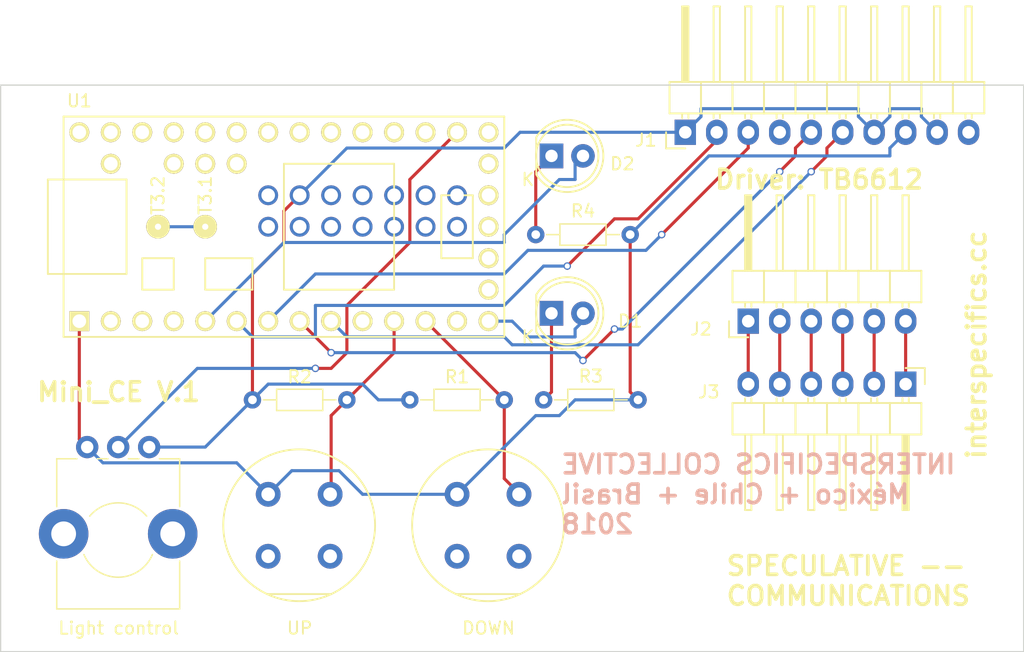
<source format=kicad_pcb>
(kicad_pcb (version 4) (host pcbnew 4.0.7)

  (general
    (links 32)
    (no_connects 0)
    (area 91.389999 88.184999 174.040001 141.020001)
    (thickness 1.6)
    (drawings 9)
    (tracks 127)
    (zones 0)
    (modules 13)
    (nets 63)
  )

  (page A4)
  (layers
    (0 F.Cu signal)
    (31 B.Cu signal)
    (32 B.Adhes user)
    (33 F.Adhes user)
    (34 B.Paste user)
    (35 F.Paste user)
    (36 B.SilkS user)
    (37 F.SilkS user)
    (38 B.Mask user)
    (39 F.Mask user)
    (40 Dwgs.User user)
    (41 Cmts.User user)
    (42 Eco1.User user)
    (43 Eco2.User user)
    (44 Edge.Cuts user)
    (45 Margin user)
    (46 B.CrtYd user)
    (47 F.CrtYd user)
    (48 B.Fab user)
    (49 F.Fab user)
  )

  (setup
    (last_trace_width 0.25)
    (user_trace_width 0.006)
    (trace_clearance 0.2)
    (zone_clearance 0.508)
    (zone_45_only no)
    (trace_min 0.005)
    (segment_width 0.2)
    (edge_width 0.1)
    (via_size 0.6)
    (via_drill 0.4)
    (via_min_size 0.015)
    (via_min_drill 0.01)
    (user_via 0.02 0.013)
    (user_via 0.035 0.02)
    (uvia_size 0.3)
    (uvia_drill 0.1)
    (uvias_allowed no)
    (uvia_min_size 0.01)
    (uvia_min_drill 0.005)
    (pcb_text_width 0.3)
    (pcb_text_size 1.5 1.5)
    (mod_edge_width 0.15)
    (mod_text_size 1 1)
    (mod_text_width 0.15)
    (pad_size 1.5 1.5)
    (pad_drill 0.6)
    (pad_to_mask_clearance 0)
    (aux_axis_origin 0 0)
    (visible_elements FFFFFF7F)
    (pcbplotparams
      (layerselection 0x010f0_80000001)
      (usegerberextensions false)
      (excludeedgelayer true)
      (linewidth 0.100000)
      (plotframeref false)
      (viasonmask false)
      (mode 1)
      (useauxorigin false)
      (hpglpennumber 1)
      (hpglpenspeed 20)
      (hpglpendiameter 15)
      (hpglpenoverlay 2)
      (psnegative false)
      (psa4output false)
      (plotreference true)
      (plotvalue true)
      (plotinvisibletext false)
      (padsonsilk false)
      (subtractmaskfromsilk false)
      (outputformat 1)
      (mirror false)
      (drillshape 0)
      (scaleselection 1)
      (outputdirectory ""))
  )

  (net 0 "")
  (net 1 "Net-(D1-Pad1)")
  (net 2 "Net-(D1-Pad2)")
  (net 3 "Net-(D2-Pad1)")
  (net 4 "Net-(D2-Pad2)")
  (net 5 "Net-(J1-Pad1)")
  (net 6 "Net-(J1-Pad2)")
  (net 7 "Net-(J1-Pad3)")
  (net 8 "Net-(J1-Pad4)")
  (net 9 "Net-(J1-Pad5)")
  (net 10 "Net-(J1-Pad6)")
  (net 11 GND)
  (net 12 +12V)
  (net 13 "Net-(J2-Pad1)")
  (net 14 "Net-(J2-Pad2)")
  (net 15 "Net-(J2-Pad3)")
  (net 16 "Net-(J2-Pad4)")
  (net 17 "Net-(J2-Pad5)")
  (net 18 "Net-(J2-Pad6)")
  (net 19 "Net-(R1-Pad2)")
  (net 20 "Net-(R2-Pad2)")
  (net 21 "Net-(RV1-Pad2)")
  (net 22 "Net-(U1-Pad17)")
  (net 23 "Net-(U1-Pad18)")
  (net 24 "Net-(U1-Pad19)")
  (net 25 "Net-(U1-Pad20)")
  (net 26 "Net-(U1-Pad16)")
  (net 27 "Net-(U1-Pad15)")
  (net 28 "Net-(U1-Pad22)")
  (net 29 "Net-(U1-Pad23)")
  (net 30 "Net-(U1-Pad24)")
  (net 31 "Net-(U1-Pad25)")
  (net 32 "Net-(U1-Pad26)")
  (net 33 "Net-(U1-Pad27)")
  (net 34 "Net-(U1-Pad28)")
  (net 35 "Net-(U1-Pad29)")
  (net 36 "Net-(U1-Pad30)")
  (net 37 "Net-(U1-Pad31)")
  (net 38 "Net-(U1-Pad32)")
  (net 39 "Net-(U1-Pad33)")
  (net 40 "Net-(U1-Pad34)")
  (net 41 "Net-(U1-Pad35)")
  (net 42 "Net-(U1-Pad36)")
  (net 43 "Net-(U1-Pad37)")
  (net 44 "Net-(U1-Pad13)")
  (net 45 "Net-(U1-Pad10)")
  (net 46 "Net-(U1-Pad4)")
  (net 47 "Net-(U1-Pad3)")
  (net 48 "Net-(U1-Pad2)")
  (net 49 "Net-(U1-Pad38)")
  (net 50 "Net-(U1-Pad39)")
  (net 51 "Net-(U1-Pad40)")
  (net 52 "Net-(U1-Pad41)")
  (net 53 "Net-(U1-Pad42)")
  (net 54 "Net-(U1-Pad43)")
  (net 55 "Net-(U1-Pad44)")
  (net 56 "Net-(U1-Pad45)")
  (net 57 "Net-(U1-Pad46)")
  (net 58 "Net-(U1-Pad47)")
  (net 59 "Net-(U1-Pad48)")
  (net 60 "Net-(U1-Pad49)")
  (net 61 "Net-(U1-Pad51)")
  (net 62 "Net-(U1-Pad52)")

  (net_class Default "This is the default net class."
    (clearance 0.2)
    (trace_width 0.25)
    (via_dia 0.6)
    (via_drill 0.4)
    (uvia_dia 0.3)
    (uvia_drill 0.1)
    (add_net +12V)
    (add_net GND)
    (add_net "Net-(D1-Pad1)")
    (add_net "Net-(D1-Pad2)")
    (add_net "Net-(D2-Pad1)")
    (add_net "Net-(D2-Pad2)")
    (add_net "Net-(J1-Pad1)")
    (add_net "Net-(J1-Pad2)")
    (add_net "Net-(J1-Pad3)")
    (add_net "Net-(J1-Pad4)")
    (add_net "Net-(J1-Pad5)")
    (add_net "Net-(J1-Pad6)")
    (add_net "Net-(J2-Pad1)")
    (add_net "Net-(J2-Pad2)")
    (add_net "Net-(J2-Pad3)")
    (add_net "Net-(J2-Pad4)")
    (add_net "Net-(J2-Pad5)")
    (add_net "Net-(J2-Pad6)")
    (add_net "Net-(R1-Pad2)")
    (add_net "Net-(R2-Pad2)")
    (add_net "Net-(RV1-Pad2)")
    (add_net "Net-(U1-Pad10)")
    (add_net "Net-(U1-Pad13)")
    (add_net "Net-(U1-Pad15)")
    (add_net "Net-(U1-Pad16)")
    (add_net "Net-(U1-Pad17)")
    (add_net "Net-(U1-Pad18)")
    (add_net "Net-(U1-Pad19)")
    (add_net "Net-(U1-Pad2)")
    (add_net "Net-(U1-Pad20)")
    (add_net "Net-(U1-Pad22)")
    (add_net "Net-(U1-Pad23)")
    (add_net "Net-(U1-Pad24)")
    (add_net "Net-(U1-Pad25)")
    (add_net "Net-(U1-Pad26)")
    (add_net "Net-(U1-Pad27)")
    (add_net "Net-(U1-Pad28)")
    (add_net "Net-(U1-Pad29)")
    (add_net "Net-(U1-Pad3)")
    (add_net "Net-(U1-Pad30)")
    (add_net "Net-(U1-Pad31)")
    (add_net "Net-(U1-Pad32)")
    (add_net "Net-(U1-Pad33)")
    (add_net "Net-(U1-Pad34)")
    (add_net "Net-(U1-Pad35)")
    (add_net "Net-(U1-Pad36)")
    (add_net "Net-(U1-Pad37)")
    (add_net "Net-(U1-Pad38)")
    (add_net "Net-(U1-Pad39)")
    (add_net "Net-(U1-Pad4)")
    (add_net "Net-(U1-Pad40)")
    (add_net "Net-(U1-Pad41)")
    (add_net "Net-(U1-Pad42)")
    (add_net "Net-(U1-Pad43)")
    (add_net "Net-(U1-Pad44)")
    (add_net "Net-(U1-Pad45)")
    (add_net "Net-(U1-Pad46)")
    (add_net "Net-(U1-Pad47)")
    (add_net "Net-(U1-Pad48)")
    (add_net "Net-(U1-Pad49)")
    (add_net "Net-(U1-Pad51)")
    (add_net "Net-(U1-Pad52)")
  )

  (module Pin_Headers:Pin_Header_Angled_1x06 (layer F.Cu) (tedit 5AC6CE11) (tstamp 5AC68F72)
    (at 151.765 114.3 90)
    (descr "Through hole pin header")
    (tags "pin header")
    (path /5AC69110)
    (fp_text reference J2 (at -0.635 -3.81 180) (layer F.SilkS)
      (effects (font (size 1 1) (thickness 0.15)))
    )
    (fp_text value Conn_01x06 (at 6.985 -3.175 90) (layer F.Fab)
      (effects (font (size 1 1) (thickness 0.15)))
    )
    (fp_line (start -1.5 -1.75) (end -1.5 14.45) (layer F.CrtYd) (width 0.05))
    (fp_line (start 10.65 -1.75) (end 10.65 14.45) (layer F.CrtYd) (width 0.05))
    (fp_line (start -1.5 -1.75) (end 10.65 -1.75) (layer F.CrtYd) (width 0.05))
    (fp_line (start -1.5 14.45) (end 10.65 14.45) (layer F.CrtYd) (width 0.05))
    (fp_line (start -1.3 -1.55) (end -1.3 0) (layer F.SilkS) (width 0.15))
    (fp_line (start 0 -1.55) (end -1.3 -1.55) (layer F.SilkS) (width 0.15))
    (fp_line (start 4.191 -0.127) (end 10.033 -0.127) (layer F.SilkS) (width 0.15))
    (fp_line (start 10.033 -0.127) (end 10.033 0.127) (layer F.SilkS) (width 0.15))
    (fp_line (start 10.033 0.127) (end 4.191 0.127) (layer F.SilkS) (width 0.15))
    (fp_line (start 4.191 0.127) (end 4.191 0) (layer F.SilkS) (width 0.15))
    (fp_line (start 4.191 0) (end 10.033 0) (layer F.SilkS) (width 0.15))
    (fp_line (start 1.524 -0.254) (end 1.143 -0.254) (layer F.SilkS) (width 0.15))
    (fp_line (start 1.524 0.254) (end 1.143 0.254) (layer F.SilkS) (width 0.15))
    (fp_line (start 1.524 2.286) (end 1.143 2.286) (layer F.SilkS) (width 0.15))
    (fp_line (start 1.524 2.794) (end 1.143 2.794) (layer F.SilkS) (width 0.15))
    (fp_line (start 1.524 4.826) (end 1.143 4.826) (layer F.SilkS) (width 0.15))
    (fp_line (start 1.524 5.334) (end 1.143 5.334) (layer F.SilkS) (width 0.15))
    (fp_line (start 1.524 12.954) (end 1.143 12.954) (layer F.SilkS) (width 0.15))
    (fp_line (start 1.524 12.446) (end 1.143 12.446) (layer F.SilkS) (width 0.15))
    (fp_line (start 1.524 10.414) (end 1.143 10.414) (layer F.SilkS) (width 0.15))
    (fp_line (start 1.524 9.906) (end 1.143 9.906) (layer F.SilkS) (width 0.15))
    (fp_line (start 1.524 7.874) (end 1.143 7.874) (layer F.SilkS) (width 0.15))
    (fp_line (start 1.524 7.366) (end 1.143 7.366) (layer F.SilkS) (width 0.15))
    (fp_line (start 1.524 -1.27) (end 4.064 -1.27) (layer F.SilkS) (width 0.15))
    (fp_line (start 1.524 1.27) (end 4.064 1.27) (layer F.SilkS) (width 0.15))
    (fp_line (start 1.524 1.27) (end 1.524 3.81) (layer F.SilkS) (width 0.15))
    (fp_line (start 1.524 3.81) (end 4.064 3.81) (layer F.SilkS) (width 0.15))
    (fp_line (start 4.064 2.286) (end 10.16 2.286) (layer F.SilkS) (width 0.15))
    (fp_line (start 10.16 2.286) (end 10.16 2.794) (layer F.SilkS) (width 0.15))
    (fp_line (start 10.16 2.794) (end 4.064 2.794) (layer F.SilkS) (width 0.15))
    (fp_line (start 4.064 3.81) (end 4.064 1.27) (layer F.SilkS) (width 0.15))
    (fp_line (start 4.064 1.27) (end 4.064 -1.27) (layer F.SilkS) (width 0.15))
    (fp_line (start 10.16 0.254) (end 4.064 0.254) (layer F.SilkS) (width 0.15))
    (fp_line (start 10.16 -0.254) (end 10.16 0.254) (layer F.SilkS) (width 0.15))
    (fp_line (start 4.064 -0.254) (end 10.16 -0.254) (layer F.SilkS) (width 0.15))
    (fp_line (start 1.524 1.27) (end 4.064 1.27) (layer F.SilkS) (width 0.15))
    (fp_line (start 1.524 -1.27) (end 1.524 1.27) (layer F.SilkS) (width 0.15))
    (fp_line (start 1.524 8.89) (end 4.064 8.89) (layer F.SilkS) (width 0.15))
    (fp_line (start 1.524 8.89) (end 1.524 11.43) (layer F.SilkS) (width 0.15))
    (fp_line (start 1.524 11.43) (end 4.064 11.43) (layer F.SilkS) (width 0.15))
    (fp_line (start 4.064 9.906) (end 10.16 9.906) (layer F.SilkS) (width 0.15))
    (fp_line (start 10.16 9.906) (end 10.16 10.414) (layer F.SilkS) (width 0.15))
    (fp_line (start 10.16 10.414) (end 4.064 10.414) (layer F.SilkS) (width 0.15))
    (fp_line (start 4.064 11.43) (end 4.064 8.89) (layer F.SilkS) (width 0.15))
    (fp_line (start 4.064 13.97) (end 4.064 11.43) (layer F.SilkS) (width 0.15))
    (fp_line (start 10.16 12.954) (end 4.064 12.954) (layer F.SilkS) (width 0.15))
    (fp_line (start 10.16 12.446) (end 10.16 12.954) (layer F.SilkS) (width 0.15))
    (fp_line (start 4.064 12.446) (end 10.16 12.446) (layer F.SilkS) (width 0.15))
    (fp_line (start 1.524 13.97) (end 4.064 13.97) (layer F.SilkS) (width 0.15))
    (fp_line (start 1.524 11.43) (end 1.524 13.97) (layer F.SilkS) (width 0.15))
    (fp_line (start 1.524 11.43) (end 4.064 11.43) (layer F.SilkS) (width 0.15))
    (fp_line (start 1.524 6.35) (end 4.064 6.35) (layer F.SilkS) (width 0.15))
    (fp_line (start 1.524 6.35) (end 1.524 8.89) (layer F.SilkS) (width 0.15))
    (fp_line (start 1.524 8.89) (end 4.064 8.89) (layer F.SilkS) (width 0.15))
    (fp_line (start 4.064 7.366) (end 10.16 7.366) (layer F.SilkS) (width 0.15))
    (fp_line (start 10.16 7.366) (end 10.16 7.874) (layer F.SilkS) (width 0.15))
    (fp_line (start 10.16 7.874) (end 4.064 7.874) (layer F.SilkS) (width 0.15))
    (fp_line (start 4.064 8.89) (end 4.064 6.35) (layer F.SilkS) (width 0.15))
    (fp_line (start 4.064 6.35) (end 4.064 3.81) (layer F.SilkS) (width 0.15))
    (fp_line (start 10.16 5.334) (end 4.064 5.334) (layer F.SilkS) (width 0.15))
    (fp_line (start 10.16 4.826) (end 10.16 5.334) (layer F.SilkS) (width 0.15))
    (fp_line (start 4.064 4.826) (end 10.16 4.826) (layer F.SilkS) (width 0.15))
    (fp_line (start 1.524 6.35) (end 4.064 6.35) (layer F.SilkS) (width 0.15))
    (fp_line (start 1.524 3.81) (end 1.524 6.35) (layer F.SilkS) (width 0.15))
    (fp_line (start 1.524 3.81) (end 4.064 3.81) (layer F.SilkS) (width 0.15))
    (pad 1 thru_hole rect (at 0 0 90) (size 2.032 1.7272) (drill 1.016) (layers *.Cu *.Mask)
      (net 13 "Net-(J2-Pad1)"))
    (pad 2 thru_hole oval (at 0 2.54 90) (size 2.032 1.7272) (drill 1.016) (layers *.Cu *.Mask)
      (net 14 "Net-(J2-Pad2)"))
    (pad 3 thru_hole oval (at 0 5.08 90) (size 2.032 1.7272) (drill 1.016) (layers *.Cu *.Mask)
      (net 15 "Net-(J2-Pad3)"))
    (pad 4 thru_hole oval (at 0 7.62 90) (size 2.032 1.7272) (drill 1.016) (layers *.Cu *.Mask)
      (net 16 "Net-(J2-Pad4)"))
    (pad 5 thru_hole oval (at 0 10.16 90) (size 2.032 1.7272) (drill 1.016) (layers *.Cu *.Mask)
      (net 17 "Net-(J2-Pad5)"))
    (pad 6 thru_hole oval (at 0 12.7 90) (size 2.032 1.7272) (drill 1.016) (layers *.Cu *.Mask)
      (net 18 "Net-(J2-Pad6)"))
    (model Pin_Headers.3dshapes/Pin_Header_Angled_1x06.wrl
      (at (xyz 0 -0.25 0))
      (scale (xyz 1 1 1))
      (rotate (xyz 0 0 90))
    )
  )

  (module Pin_Headers:Pin_Header_Angled_1x10 (layer F.Cu) (tedit 5AC6CE07) (tstamp 5AC68F68)
    (at 146.685 99.06 90)
    (descr "Through hole pin header")
    (tags "pin header")
    (path /5AC690D5)
    (fp_text reference J1 (at -0.635 -3.175 180) (layer F.SilkS)
      (effects (font (size 1 1) (thickness 0.15)))
    )
    (fp_text value Conn_01x10 (at -2.54 20.32 180) (layer F.Fab)
      (effects (font (size 1 1) (thickness 0.15)))
    )
    (fp_line (start -1.5 -1.75) (end -1.5 24.65) (layer F.CrtYd) (width 0.05))
    (fp_line (start 10.65 -1.75) (end 10.65 24.65) (layer F.CrtYd) (width 0.05))
    (fp_line (start -1.5 -1.75) (end 10.65 -1.75) (layer F.CrtYd) (width 0.05))
    (fp_line (start -1.5 24.65) (end 10.65 24.65) (layer F.CrtYd) (width 0.05))
    (fp_line (start -1.3 -1.55) (end -1.3 0) (layer F.SilkS) (width 0.15))
    (fp_line (start 0 -1.55) (end -1.3 -1.55) (layer F.SilkS) (width 0.15))
    (fp_line (start 4.191 -0.127) (end 10.033 -0.127) (layer F.SilkS) (width 0.15))
    (fp_line (start 10.033 -0.127) (end 10.033 0.127) (layer F.SilkS) (width 0.15))
    (fp_line (start 10.033 0.127) (end 4.191 0.127) (layer F.SilkS) (width 0.15))
    (fp_line (start 4.191 0.127) (end 4.191 0) (layer F.SilkS) (width 0.15))
    (fp_line (start 4.191 0) (end 10.033 0) (layer F.SilkS) (width 0.15))
    (fp_line (start 1.524 17.526) (end 1.143 17.526) (layer F.SilkS) (width 0.15))
    (fp_line (start 1.524 18.034) (end 1.143 18.034) (layer F.SilkS) (width 0.15))
    (fp_line (start 1.524 20.066) (end 1.143 20.066) (layer F.SilkS) (width 0.15))
    (fp_line (start 1.524 20.574) (end 1.143 20.574) (layer F.SilkS) (width 0.15))
    (fp_line (start 1.524 22.606) (end 1.143 22.606) (layer F.SilkS) (width 0.15))
    (fp_line (start 1.524 23.114) (end 1.143 23.114) (layer F.SilkS) (width 0.15))
    (fp_line (start 1.524 -0.254) (end 1.143 -0.254) (layer F.SilkS) (width 0.15))
    (fp_line (start 1.524 0.254) (end 1.143 0.254) (layer F.SilkS) (width 0.15))
    (fp_line (start 1.524 2.286) (end 1.143 2.286) (layer F.SilkS) (width 0.15))
    (fp_line (start 1.524 2.794) (end 1.143 2.794) (layer F.SilkS) (width 0.15))
    (fp_line (start 1.524 4.826) (end 1.143 4.826) (layer F.SilkS) (width 0.15))
    (fp_line (start 1.524 5.334) (end 1.143 5.334) (layer F.SilkS) (width 0.15))
    (fp_line (start 1.524 15.494) (end 1.143 15.494) (layer F.SilkS) (width 0.15))
    (fp_line (start 1.524 14.986) (end 1.143 14.986) (layer F.SilkS) (width 0.15))
    (fp_line (start 1.524 12.954) (end 1.143 12.954) (layer F.SilkS) (width 0.15))
    (fp_line (start 1.524 12.446) (end 1.143 12.446) (layer F.SilkS) (width 0.15))
    (fp_line (start 1.524 10.414) (end 1.143 10.414) (layer F.SilkS) (width 0.15))
    (fp_line (start 1.524 9.906) (end 1.143 9.906) (layer F.SilkS) (width 0.15))
    (fp_line (start 1.524 7.874) (end 1.143 7.874) (layer F.SilkS) (width 0.15))
    (fp_line (start 1.524 7.366) (end 1.143 7.366) (layer F.SilkS) (width 0.15))
    (fp_line (start 1.524 13.97) (end 4.064 13.97) (layer F.SilkS) (width 0.15))
    (fp_line (start 1.524 13.97) (end 1.524 16.51) (layer F.SilkS) (width 0.15))
    (fp_line (start 1.524 16.51) (end 4.064 16.51) (layer F.SilkS) (width 0.15))
    (fp_line (start 4.064 14.986) (end 10.16 14.986) (layer F.SilkS) (width 0.15))
    (fp_line (start 10.16 14.986) (end 10.16 15.494) (layer F.SilkS) (width 0.15))
    (fp_line (start 10.16 15.494) (end 4.064 15.494) (layer F.SilkS) (width 0.15))
    (fp_line (start 4.064 16.51) (end 4.064 13.97) (layer F.SilkS) (width 0.15))
    (fp_line (start 4.064 19.05) (end 4.064 16.51) (layer F.SilkS) (width 0.15))
    (fp_line (start 10.16 18.034) (end 4.064 18.034) (layer F.SilkS) (width 0.15))
    (fp_line (start 10.16 17.526) (end 10.16 18.034) (layer F.SilkS) (width 0.15))
    (fp_line (start 4.064 17.526) (end 10.16 17.526) (layer F.SilkS) (width 0.15))
    (fp_line (start 1.524 19.05) (end 4.064 19.05) (layer F.SilkS) (width 0.15))
    (fp_line (start 1.524 16.51) (end 1.524 19.05) (layer F.SilkS) (width 0.15))
    (fp_line (start 1.524 16.51) (end 4.064 16.51) (layer F.SilkS) (width 0.15))
    (fp_line (start 1.524 21.59) (end 4.064 21.59) (layer F.SilkS) (width 0.15))
    (fp_line (start 1.524 21.59) (end 1.524 24.13) (layer F.SilkS) (width 0.15))
    (fp_line (start 4.064 22.606) (end 10.16 22.606) (layer F.SilkS) (width 0.15))
    (fp_line (start 10.16 22.606) (end 10.16 23.114) (layer F.SilkS) (width 0.15))
    (fp_line (start 10.16 23.114) (end 4.064 23.114) (layer F.SilkS) (width 0.15))
    (fp_line (start 4.064 24.13) (end 4.064 21.59) (layer F.SilkS) (width 0.15))
    (fp_line (start 4.064 21.59) (end 4.064 19.05) (layer F.SilkS) (width 0.15))
    (fp_line (start 10.16 20.574) (end 4.064 20.574) (layer F.SilkS) (width 0.15))
    (fp_line (start 10.16 20.066) (end 10.16 20.574) (layer F.SilkS) (width 0.15))
    (fp_line (start 4.064 20.066) (end 10.16 20.066) (layer F.SilkS) (width 0.15))
    (fp_line (start 1.524 21.59) (end 4.064 21.59) (layer F.SilkS) (width 0.15))
    (fp_line (start 1.524 19.05) (end 1.524 21.59) (layer F.SilkS) (width 0.15))
    (fp_line (start 1.524 19.05) (end 4.064 19.05) (layer F.SilkS) (width 0.15))
    (fp_line (start 1.524 24.13) (end 4.064 24.13) (layer F.SilkS) (width 0.15))
    (fp_line (start 1.524 -1.27) (end 4.064 -1.27) (layer F.SilkS) (width 0.15))
    (fp_line (start 1.524 1.27) (end 4.064 1.27) (layer F.SilkS) (width 0.15))
    (fp_line (start 1.524 1.27) (end 1.524 3.81) (layer F.SilkS) (width 0.15))
    (fp_line (start 1.524 3.81) (end 4.064 3.81) (layer F.SilkS) (width 0.15))
    (fp_line (start 4.064 2.286) (end 10.16 2.286) (layer F.SilkS) (width 0.15))
    (fp_line (start 10.16 2.286) (end 10.16 2.794) (layer F.SilkS) (width 0.15))
    (fp_line (start 10.16 2.794) (end 4.064 2.794) (layer F.SilkS) (width 0.15))
    (fp_line (start 4.064 3.81) (end 4.064 1.27) (layer F.SilkS) (width 0.15))
    (fp_line (start 4.064 1.27) (end 4.064 -1.27) (layer F.SilkS) (width 0.15))
    (fp_line (start 10.16 0.254) (end 4.064 0.254) (layer F.SilkS) (width 0.15))
    (fp_line (start 10.16 -0.254) (end 10.16 0.254) (layer F.SilkS) (width 0.15))
    (fp_line (start 4.064 -0.254) (end 10.16 -0.254) (layer F.SilkS) (width 0.15))
    (fp_line (start 1.524 1.27) (end 4.064 1.27) (layer F.SilkS) (width 0.15))
    (fp_line (start 1.524 -1.27) (end 1.524 1.27) (layer F.SilkS) (width 0.15))
    (fp_line (start 1.524 8.89) (end 4.064 8.89) (layer F.SilkS) (width 0.15))
    (fp_line (start 1.524 8.89) (end 1.524 11.43) (layer F.SilkS) (width 0.15))
    (fp_line (start 1.524 11.43) (end 4.064 11.43) (layer F.SilkS) (width 0.15))
    (fp_line (start 4.064 9.906) (end 10.16 9.906) (layer F.SilkS) (width 0.15))
    (fp_line (start 10.16 9.906) (end 10.16 10.414) (layer F.SilkS) (width 0.15))
    (fp_line (start 10.16 10.414) (end 4.064 10.414) (layer F.SilkS) (width 0.15))
    (fp_line (start 4.064 11.43) (end 4.064 8.89) (layer F.SilkS) (width 0.15))
    (fp_line (start 4.064 13.97) (end 4.064 11.43) (layer F.SilkS) (width 0.15))
    (fp_line (start 10.16 12.954) (end 4.064 12.954) (layer F.SilkS) (width 0.15))
    (fp_line (start 10.16 12.446) (end 10.16 12.954) (layer F.SilkS) (width 0.15))
    (fp_line (start 4.064 12.446) (end 10.16 12.446) (layer F.SilkS) (width 0.15))
    (fp_line (start 1.524 13.97) (end 4.064 13.97) (layer F.SilkS) (width 0.15))
    (fp_line (start 1.524 11.43) (end 1.524 13.97) (layer F.SilkS) (width 0.15))
    (fp_line (start 1.524 11.43) (end 4.064 11.43) (layer F.SilkS) (width 0.15))
    (fp_line (start 1.524 6.35) (end 4.064 6.35) (layer F.SilkS) (width 0.15))
    (fp_line (start 1.524 6.35) (end 1.524 8.89) (layer F.SilkS) (width 0.15))
    (fp_line (start 1.524 8.89) (end 4.064 8.89) (layer F.SilkS) (width 0.15))
    (fp_line (start 4.064 7.366) (end 10.16 7.366) (layer F.SilkS) (width 0.15))
    (fp_line (start 10.16 7.366) (end 10.16 7.874) (layer F.SilkS) (width 0.15))
    (fp_line (start 10.16 7.874) (end 4.064 7.874) (layer F.SilkS) (width 0.15))
    (fp_line (start 4.064 8.89) (end 4.064 6.35) (layer F.SilkS) (width 0.15))
    (fp_line (start 4.064 6.35) (end 4.064 3.81) (layer F.SilkS) (width 0.15))
    (fp_line (start 10.16 5.334) (end 4.064 5.334) (layer F.SilkS) (width 0.15))
    (fp_line (start 10.16 4.826) (end 10.16 5.334) (layer F.SilkS) (width 0.15))
    (fp_line (start 4.064 4.826) (end 10.16 4.826) (layer F.SilkS) (width 0.15))
    (fp_line (start 1.524 6.35) (end 4.064 6.35) (layer F.SilkS) (width 0.15))
    (fp_line (start 1.524 3.81) (end 1.524 6.35) (layer F.SilkS) (width 0.15))
    (fp_line (start 1.524 3.81) (end 4.064 3.81) (layer F.SilkS) (width 0.15))
    (pad 1 thru_hole rect (at 0 0 90) (size 2.032 1.7272) (drill 1.016) (layers *.Cu *.Mask)
      (net 5 "Net-(J1-Pad1)"))
    (pad 2 thru_hole oval (at 0 2.54 90) (size 2.032 1.7272) (drill 1.016) (layers *.Cu *.Mask)
      (net 6 "Net-(J1-Pad2)"))
    (pad 3 thru_hole oval (at 0 5.08 90) (size 2.032 1.7272) (drill 1.016) (layers *.Cu *.Mask)
      (net 7 "Net-(J1-Pad3)"))
    (pad 4 thru_hole oval (at 0 7.62 90) (size 2.032 1.7272) (drill 1.016) (layers *.Cu *.Mask)
      (net 8 "Net-(J1-Pad4)"))
    (pad 5 thru_hole oval (at 0 10.16 90) (size 2.032 1.7272) (drill 1.016) (layers *.Cu *.Mask)
      (net 9 "Net-(J1-Pad5)"))
    (pad 6 thru_hole oval (at 0 12.7 90) (size 2.032 1.7272) (drill 1.016) (layers *.Cu *.Mask)
      (net 10 "Net-(J1-Pad6)"))
    (pad 7 thru_hole oval (at 0 15.24 90) (size 2.032 1.7272) (drill 1.016) (layers *.Cu *.Mask)
      (net 5 "Net-(J1-Pad1)"))
    (pad 8 thru_hole oval (at 0 17.78 90) (size 2.032 1.7272) (drill 1.016) (layers *.Cu *.Mask)
      (net 11 GND))
    (pad 9 thru_hole oval (at 0 20.32 90) (size 2.032 1.7272) (drill 1.016) (layers *.Cu *.Mask)
      (net 5 "Net-(J1-Pad1)"))
    (pad 10 thru_hole oval (at 0 22.86 90) (size 2.032 1.7272) (drill 1.016) (layers *.Cu *.Mask)
      (net 12 +12V))
    (model Pin_Headers.3dshapes/Pin_Header_Angled_1x10.wrl
      (at (xyz 0 -0.45 0))
      (scale (xyz 1 1 1))
      (rotate (xyz 0 0 90))
    )
  )

  (module LEDs:LED-5MM (layer F.Cu) (tedit 5AC6CF2E) (tstamp 5AC68F54)
    (at 135.89 113.665)
    (descr "LED 5mm round vertical")
    (tags "LED 5mm round vertical")
    (path /5AC68984)
    (fp_text reference D1 (at 6.35 0.635) (layer F.SilkS)
      (effects (font (size 1 1) (thickness 0.15)))
    )
    (fp_text value LED (at 1.27 -1.905) (layer F.Fab)
      (effects (font (size 1 1) (thickness 0.15)))
    )
    (fp_line (start -1.5 -1.55) (end -1.5 1.55) (layer F.CrtYd) (width 0.05))
    (fp_arc (start 1.3 0) (end -1.5 1.55) (angle -302) (layer F.CrtYd) (width 0.05))
    (fp_arc (start 1.27 0) (end -1.23 -1.5) (angle 297.5) (layer F.SilkS) (width 0.15))
    (fp_line (start -1.23 1.5) (end -1.23 -1.5) (layer F.SilkS) (width 0.15))
    (fp_circle (center 1.27 0) (end 0.97 -2.5) (layer F.SilkS) (width 0.15))
    (fp_text user K (at -1.905 1.905) (layer F.SilkS)
      (effects (font (size 1 1) (thickness 0.15)))
    )
    (pad 1 thru_hole rect (at 0 0 90) (size 2 1.9) (drill 1.00076) (layers *.Cu *.Mask)
      (net 1 "Net-(D1-Pad1)"))
    (pad 2 thru_hole circle (at 2.54 0) (size 1.9 1.9) (drill 1.00076) (layers *.Cu *.Mask)
      (net 2 "Net-(D1-Pad2)"))
    (model LEDs.3dshapes/LED-5MM.wrl
      (at (xyz 0.05 0 0))
      (scale (xyz 1 1 1))
      (rotate (xyz 0 0 90))
    )
  )

  (module LEDs:LED-5MM (layer F.Cu) (tedit 5AC6CF36) (tstamp 5AC68F5A)
    (at 135.89 100.965)
    (descr "LED 5mm round vertical")
    (tags "LED 5mm round vertical")
    (path /5AC68929)
    (fp_text reference D2 (at 5.715 0.635) (layer F.SilkS)
      (effects (font (size 1 1) (thickness 0.15)))
    )
    (fp_text value LED (at 1.27 -1.905) (layer F.Fab)
      (effects (font (size 1 1) (thickness 0.15)))
    )
    (fp_line (start -1.5 -1.55) (end -1.5 1.55) (layer F.CrtYd) (width 0.05))
    (fp_arc (start 1.3 0) (end -1.5 1.55) (angle -302) (layer F.CrtYd) (width 0.05))
    (fp_arc (start 1.27 0) (end -1.23 -1.5) (angle 297.5) (layer F.SilkS) (width 0.15))
    (fp_line (start -1.23 1.5) (end -1.23 -1.5) (layer F.SilkS) (width 0.15))
    (fp_circle (center 1.27 0) (end 0.97 -2.5) (layer F.SilkS) (width 0.15))
    (fp_text user K (at -1.905 1.905) (layer F.SilkS)
      (effects (font (size 1 1) (thickness 0.15)))
    )
    (pad 1 thru_hole rect (at 0 0 90) (size 2 1.9) (drill 1.00076) (layers *.Cu *.Mask)
      (net 3 "Net-(D2-Pad1)"))
    (pad 2 thru_hole circle (at 2.54 0) (size 1.9 1.9) (drill 1.00076) (layers *.Cu *.Mask)
      (net 4 "Net-(D2-Pad2)"))
    (model LEDs.3dshapes/LED-5MM.wrl
      (at (xyz 0.05 0 0))
      (scale (xyz 1 1 1))
      (rotate (xyz 0 0 90))
    )
  )

  (module Resistors_THT:R_Axial_DIN0204_L3.6mm_D1.6mm_P7.62mm_Horizontal (layer F.Cu) (tedit 5874F706) (tstamp 5AC68F78)
    (at 124.46 120.65)
    (descr "Resistor, Axial_DIN0204 series, Axial, Horizontal, pin pitch=7.62mm, 0.16666666666666666W = 1/6W, length*diameter=3.6*1.6mm^2, http://cdn-reichelt.de/documents/datenblatt/B400/1_4W%23YAG.pdf")
    (tags "Resistor Axial_DIN0204 series Axial Horizontal pin pitch 7.62mm 0.16666666666666666W = 1/6W length 3.6mm diameter 1.6mm")
    (path /5AC6867F)
    (fp_text reference R1 (at 3.81 -1.86) (layer F.SilkS)
      (effects (font (size 1 1) (thickness 0.15)))
    )
    (fp_text value 10k (at 3.81 1.86) (layer F.Fab)
      (effects (font (size 1 1) (thickness 0.15)))
    )
    (fp_line (start 2.01 -0.8) (end 2.01 0.8) (layer F.Fab) (width 0.1))
    (fp_line (start 2.01 0.8) (end 5.61 0.8) (layer F.Fab) (width 0.1))
    (fp_line (start 5.61 0.8) (end 5.61 -0.8) (layer F.Fab) (width 0.1))
    (fp_line (start 5.61 -0.8) (end 2.01 -0.8) (layer F.Fab) (width 0.1))
    (fp_line (start 0 0) (end 2.01 0) (layer F.Fab) (width 0.1))
    (fp_line (start 7.62 0) (end 5.61 0) (layer F.Fab) (width 0.1))
    (fp_line (start 1.95 -0.86) (end 1.95 0.86) (layer F.SilkS) (width 0.12))
    (fp_line (start 1.95 0.86) (end 5.67 0.86) (layer F.SilkS) (width 0.12))
    (fp_line (start 5.67 0.86) (end 5.67 -0.86) (layer F.SilkS) (width 0.12))
    (fp_line (start 5.67 -0.86) (end 1.95 -0.86) (layer F.SilkS) (width 0.12))
    (fp_line (start 0.88 0) (end 1.95 0) (layer F.SilkS) (width 0.12))
    (fp_line (start 6.74 0) (end 5.67 0) (layer F.SilkS) (width 0.12))
    (fp_line (start -0.95 -1.15) (end -0.95 1.15) (layer F.CrtYd) (width 0.05))
    (fp_line (start -0.95 1.15) (end 8.6 1.15) (layer F.CrtYd) (width 0.05))
    (fp_line (start 8.6 1.15) (end 8.6 -1.15) (layer F.CrtYd) (width 0.05))
    (fp_line (start 8.6 -1.15) (end -0.95 -1.15) (layer F.CrtYd) (width 0.05))
    (pad 1 thru_hole circle (at 0 0) (size 1.4 1.4) (drill 0.7) (layers *.Cu *.Mask)
      (net 5 "Net-(J1-Pad1)"))
    (pad 2 thru_hole oval (at 7.62 0) (size 1.4 1.4) (drill 0.7) (layers *.Cu *.Mask)
      (net 19 "Net-(R1-Pad2)"))
    (model ${KISYS3DMOD}/Resistors_THT.3dshapes/R_Axial_DIN0204_L3.6mm_D1.6mm_P7.62mm_Horizontal.wrl
      (at (xyz 0 0 0))
      (scale (xyz 0.393701 0.393701 0.393701))
      (rotate (xyz 0 0 0))
    )
  )

  (module Resistors_THT:R_Axial_DIN0204_L3.6mm_D1.6mm_P7.62mm_Horizontal (layer F.Cu) (tedit 5874F706) (tstamp 5AC68F7E)
    (at 111.76 120.65)
    (descr "Resistor, Axial_DIN0204 series, Axial, Horizontal, pin pitch=7.62mm, 0.16666666666666666W = 1/6W, length*diameter=3.6*1.6mm^2, http://cdn-reichelt.de/documents/datenblatt/B400/1_4W%23YAG.pdf")
    (tags "Resistor Axial_DIN0204 series Axial Horizontal pin pitch 7.62mm 0.16666666666666666W = 1/6W length 3.6mm diameter 1.6mm")
    (path /5AC686B5)
    (fp_text reference R2 (at 3.81 -1.86) (layer F.SilkS)
      (effects (font (size 1 1) (thickness 0.15)))
    )
    (fp_text value 10k (at 3.81 1.86) (layer F.Fab)
      (effects (font (size 1 1) (thickness 0.15)))
    )
    (fp_line (start 2.01 -0.8) (end 2.01 0.8) (layer F.Fab) (width 0.1))
    (fp_line (start 2.01 0.8) (end 5.61 0.8) (layer F.Fab) (width 0.1))
    (fp_line (start 5.61 0.8) (end 5.61 -0.8) (layer F.Fab) (width 0.1))
    (fp_line (start 5.61 -0.8) (end 2.01 -0.8) (layer F.Fab) (width 0.1))
    (fp_line (start 0 0) (end 2.01 0) (layer F.Fab) (width 0.1))
    (fp_line (start 7.62 0) (end 5.61 0) (layer F.Fab) (width 0.1))
    (fp_line (start 1.95 -0.86) (end 1.95 0.86) (layer F.SilkS) (width 0.12))
    (fp_line (start 1.95 0.86) (end 5.67 0.86) (layer F.SilkS) (width 0.12))
    (fp_line (start 5.67 0.86) (end 5.67 -0.86) (layer F.SilkS) (width 0.12))
    (fp_line (start 5.67 -0.86) (end 1.95 -0.86) (layer F.SilkS) (width 0.12))
    (fp_line (start 0.88 0) (end 1.95 0) (layer F.SilkS) (width 0.12))
    (fp_line (start 6.74 0) (end 5.67 0) (layer F.SilkS) (width 0.12))
    (fp_line (start -0.95 -1.15) (end -0.95 1.15) (layer F.CrtYd) (width 0.05))
    (fp_line (start -0.95 1.15) (end 8.6 1.15) (layer F.CrtYd) (width 0.05))
    (fp_line (start 8.6 1.15) (end 8.6 -1.15) (layer F.CrtYd) (width 0.05))
    (fp_line (start 8.6 -1.15) (end -0.95 -1.15) (layer F.CrtYd) (width 0.05))
    (pad 1 thru_hole circle (at 0 0) (size 1.4 1.4) (drill 0.7) (layers *.Cu *.Mask)
      (net 5 "Net-(J1-Pad1)"))
    (pad 2 thru_hole oval (at 7.62 0) (size 1.4 1.4) (drill 0.7) (layers *.Cu *.Mask)
      (net 20 "Net-(R2-Pad2)"))
    (model ${KISYS3DMOD}/Resistors_THT.3dshapes/R_Axial_DIN0204_L3.6mm_D1.6mm_P7.62mm_Horizontal.wrl
      (at (xyz 0 0 0))
      (scale (xyz 0.393701 0.393701 0.393701))
      (rotate (xyz 0 0 0))
    )
  )

  (module Resistors_THT:R_Axial_DIN0204_L3.6mm_D1.6mm_P7.62mm_Horizontal (layer F.Cu) (tedit 5AC6CF1B) (tstamp 5AC68F84)
    (at 142.875 120.65 180)
    (descr "Resistor, Axial_DIN0204 series, Axial, Horizontal, pin pitch=7.62mm, 0.16666666666666666W = 1/6W, length*diameter=3.6*1.6mm^2, http://cdn-reichelt.de/documents/datenblatt/B400/1_4W%23YAG.pdf")
    (tags "Resistor Axial_DIN0204 series Axial Horizontal pin pitch 7.62mm 0.16666666666666666W = 1/6W length 3.6mm diameter 1.6mm")
    (path /5AC68821)
    (fp_text reference R3 (at 3.81 1.905 180) (layer F.SilkS)
      (effects (font (size 1 1) (thickness 0.15)))
    )
    (fp_text value R (at 3.81 -1.905 180) (layer F.Fab)
      (effects (font (size 1 1) (thickness 0.15)))
    )
    (fp_line (start 2.01 -0.8) (end 2.01 0.8) (layer F.Fab) (width 0.1))
    (fp_line (start 2.01 0.8) (end 5.61 0.8) (layer F.Fab) (width 0.1))
    (fp_line (start 5.61 0.8) (end 5.61 -0.8) (layer F.Fab) (width 0.1))
    (fp_line (start 5.61 -0.8) (end 2.01 -0.8) (layer F.Fab) (width 0.1))
    (fp_line (start 0 0) (end 2.01 0) (layer F.Fab) (width 0.1))
    (fp_line (start 7.62 0) (end 5.61 0) (layer F.Fab) (width 0.1))
    (fp_line (start 1.95 -0.86) (end 1.95 0.86) (layer F.SilkS) (width 0.12))
    (fp_line (start 1.95 0.86) (end 5.67 0.86) (layer F.SilkS) (width 0.12))
    (fp_line (start 5.67 0.86) (end 5.67 -0.86) (layer F.SilkS) (width 0.12))
    (fp_line (start 5.67 -0.86) (end 1.95 -0.86) (layer F.SilkS) (width 0.12))
    (fp_line (start 0.88 0) (end 1.95 0) (layer F.SilkS) (width 0.12))
    (fp_line (start 6.74 0) (end 5.67 0) (layer F.SilkS) (width 0.12))
    (fp_line (start -0.95 -1.15) (end -0.95 1.15) (layer F.CrtYd) (width 0.05))
    (fp_line (start -0.95 1.15) (end 8.6 1.15) (layer F.CrtYd) (width 0.05))
    (fp_line (start 8.6 1.15) (end 8.6 -1.15) (layer F.CrtYd) (width 0.05))
    (fp_line (start 8.6 -1.15) (end -0.95 -1.15) (layer F.CrtYd) (width 0.05))
    (pad 1 thru_hole circle (at 0 0 180) (size 1.4 1.4) (drill 0.7) (layers *.Cu *.Mask)
      (net 11 GND))
    (pad 2 thru_hole oval (at 7.62 0 180) (size 1.4 1.4) (drill 0.7) (layers *.Cu *.Mask)
      (net 1 "Net-(D1-Pad1)"))
    (model ${KISYS3DMOD}/Resistors_THT.3dshapes/R_Axial_DIN0204_L3.6mm_D1.6mm_P7.62mm_Horizontal.wrl
      (at (xyz 0 0 0))
      (scale (xyz 0.393701 0.393701 0.393701))
      (rotate (xyz 0 0 0))
    )
  )

  (module Resistors_THT:R_Axial_DIN0204_L3.6mm_D1.6mm_P7.62mm_Horizontal (layer F.Cu) (tedit 5AC6CF33) (tstamp 5AC68F8A)
    (at 142.24 107.315 180)
    (descr "Resistor, Axial_DIN0204 series, Axial, Horizontal, pin pitch=7.62mm, 0.16666666666666666W = 1/6W, length*diameter=3.6*1.6mm^2, http://cdn-reichelt.de/documents/datenblatt/B400/1_4W%23YAG.pdf")
    (tags "Resistor Axial_DIN0204 series Axial Horizontal pin pitch 7.62mm 0.16666666666666666W = 1/6W length 3.6mm diameter 1.6mm")
    (path /5AC68862)
    (fp_text reference R4 (at 3.81 1.905 180) (layer F.SilkS)
      (effects (font (size 1 1) (thickness 0.15)))
    )
    (fp_text value R (at 3.81 0 180) (layer F.Fab)
      (effects (font (size 1 1) (thickness 0.15)))
    )
    (fp_line (start 2.01 -0.8) (end 2.01 0.8) (layer F.Fab) (width 0.1))
    (fp_line (start 2.01 0.8) (end 5.61 0.8) (layer F.Fab) (width 0.1))
    (fp_line (start 5.61 0.8) (end 5.61 -0.8) (layer F.Fab) (width 0.1))
    (fp_line (start 5.61 -0.8) (end 2.01 -0.8) (layer F.Fab) (width 0.1))
    (fp_line (start 0 0) (end 2.01 0) (layer F.Fab) (width 0.1))
    (fp_line (start 7.62 0) (end 5.61 0) (layer F.Fab) (width 0.1))
    (fp_line (start 1.95 -0.86) (end 1.95 0.86) (layer F.SilkS) (width 0.12))
    (fp_line (start 1.95 0.86) (end 5.67 0.86) (layer F.SilkS) (width 0.12))
    (fp_line (start 5.67 0.86) (end 5.67 -0.86) (layer F.SilkS) (width 0.12))
    (fp_line (start 5.67 -0.86) (end 1.95 -0.86) (layer F.SilkS) (width 0.12))
    (fp_line (start 0.88 0) (end 1.95 0) (layer F.SilkS) (width 0.12))
    (fp_line (start 6.74 0) (end 5.67 0) (layer F.SilkS) (width 0.12))
    (fp_line (start -0.95 -1.15) (end -0.95 1.15) (layer F.CrtYd) (width 0.05))
    (fp_line (start -0.95 1.15) (end 8.6 1.15) (layer F.CrtYd) (width 0.05))
    (fp_line (start 8.6 1.15) (end 8.6 -1.15) (layer F.CrtYd) (width 0.05))
    (fp_line (start 8.6 -1.15) (end -0.95 -1.15) (layer F.CrtYd) (width 0.05))
    (pad 1 thru_hole circle (at 0 0 180) (size 1.4 1.4) (drill 0.7) (layers *.Cu *.Mask)
      (net 11 GND))
    (pad 2 thru_hole oval (at 7.62 0 180) (size 1.4 1.4) (drill 0.7) (layers *.Cu *.Mask)
      (net 3 "Net-(D2-Pad1)"))
    (model ${KISYS3DMOD}/Resistors_THT.3dshapes/R_Axial_DIN0204_L3.6mm_D1.6mm_P7.62mm_Horizontal.wrl
      (at (xyz 0 0 0))
      (scale (xyz 0.393701 0.393701 0.393701))
      (rotate (xyz 0 0 0))
    )
  )

  (module Potentiometers:Potentiometer_Alps_RK09K_Horizontal (layer F.Cu) (tedit 5AC6CEC6) (tstamp 5AC68F93)
    (at 98.425 124.46 270)
    (descr "Potentiometer, horizontally mounted, Omeg PC16PU, Omeg PC16PU, Omeg PC16PU, Vishay/Spectrol 248GJ/249GJ Single, Vishay/Spectrol 248GJ/249GJ Single, Vishay/Spectrol 248GJ/249GJ Single, Vishay/Spectrol 248GH/249GH Single, Vishay/Spectrol 148/149 Single, Vishay/Spectrol 148/149 Single, Vishay/Spectrol 148/149 Single, Vishay/Spectrol 148A/149A Single with mounting plates, Vishay/Spectrol 148/149 Double, Vishay/Spectrol 148A/149A Double with mounting plates, Piher PC-16 Single, Piher PC-16 Single, Piher PC-16 Single, Piher PC-16SV Single, Piher PC-16 Double, Piher PC-16 Triple, Piher T16H Single, Piher T16L Single, Piher T16H Double, Alps RK163 Single, Alps RK163 Double, Alps RK097 Single, Alps RK097 Double, Bourns PTV09A-2 Single with mounting sleve Single, Bourns PTV09A-1 with mounting sleve Single, Bourns PRS11S Single, Alps RK09K Single with mounting sleve Single, Alps RK09K with mounting sleve Single, http://www.alps.com/prod/info/E/HTML/Potentiometer/RotaryPotentiometers/RK09K/RK09D1130C1B.html")
    (tags "Potentiometer horizontal  Omeg PC16PU  Omeg PC16PU  Omeg PC16PU  Vishay/Spectrol 248GJ/249GJ Single  Vishay/Spectrol 248GJ/249GJ Single  Vishay/Spectrol 248GJ/249GJ Single  Vishay/Spectrol 248GH/249GH Single  Vishay/Spectrol 148/149 Single  Vishay/Spectrol 148/149 Single  Vishay/Spectrol 148/149 Single  Vishay/Spectrol 148A/149A Single with mounting plates  Vishay/Spectrol 148/149 Double  Vishay/Spectrol 148A/149A Double with mounting plates  Piher PC-16 Single  Piher PC-16 Single  Piher PC-16 Single  Piher PC-16SV Single  Piher PC-16 Double  Piher PC-16 Triple  Piher T16H Single  Piher T16L Single  Piher T16H Double  Alps RK163 Single  Alps RK163 Double  Alps RK097 Single  Alps RK097 Double  Bourns PTV09A-2 Single with mounting sleve Single  Bourns PTV09A-1 with mounting sleve Single  Bourns PRS11S Single  Alps RK09K Single with mounting sleve Single  Alps RK09K with mounting sleve Single")
    (path /5AC68F24)
    (fp_text reference "Light control" (at 14.605 -2.54 360) (layer F.SilkS)
      (effects (font (size 1 1) (thickness 0.15)))
    )
    (fp_text value POT (at 6.05 5.15 270) (layer F.Fab)
      (effects (font (size 1 1) (thickness 0.15)))
    )
    (fp_arc (start 7.5 -2.5) (end 8.673 0.262) (angle -134) (layer F.SilkS) (width 0.12))
    (fp_arc (start 7.5 -2.5) (end 5.572 -4.798) (angle -100) (layer F.SilkS) (width 0.12))
    (fp_circle (center 7.5 -2.5) (end 10.75 -2.5) (layer F.Fab) (width 0.1))
    (fp_circle (center 7.5 -2.5) (end 10.5 -2.5) (layer F.Fab) (width 0.1))
    (fp_line (start 1 -7.4) (end 1 2.4) (layer F.Fab) (width 0.1))
    (fp_line (start 1 2.4) (end 13 2.4) (layer F.Fab) (width 0.1))
    (fp_line (start 13 2.4) (end 13 -7.4) (layer F.Fab) (width 0.1))
    (fp_line (start 13 -7.4) (end 1 -7.4) (layer F.Fab) (width 0.1))
    (fp_line (start 0.94 -7.461) (end 4.806 -7.461) (layer F.SilkS) (width 0.12))
    (fp_line (start 9.195 -7.461) (end 13.06 -7.461) (layer F.SilkS) (width 0.12))
    (fp_line (start 0.94 2.46) (end 4.806 2.46) (layer F.SilkS) (width 0.12))
    (fp_line (start 9.195 2.46) (end 13.06 2.46) (layer F.SilkS) (width 0.12))
    (fp_line (start 0.94 -7.461) (end 0.94 -5.825) (layer F.SilkS) (width 0.12))
    (fp_line (start 0.94 -4.175) (end 0.94 -3.325) (layer F.SilkS) (width 0.12))
    (fp_line (start 0.94 -1.675) (end 0.94 -0.825) (layer F.SilkS) (width 0.12))
    (fp_line (start 0.94 0.825) (end 0.94 2.46) (layer F.SilkS) (width 0.12))
    (fp_line (start 13.06 -7.461) (end 13.06 2.46) (layer F.SilkS) (width 0.12))
    (fp_line (start -1.15 -9.15) (end -1.15 4.15) (layer F.CrtYd) (width 0.05))
    (fp_line (start -1.15 4.15) (end 13.25 4.15) (layer F.CrtYd) (width 0.05))
    (fp_line (start 13.25 4.15) (end 13.25 -9.15) (layer F.CrtYd) (width 0.05))
    (fp_line (start 13.25 -9.15) (end -1.15 -9.15) (layer F.CrtYd) (width 0.05))
    (pad 3 thru_hole circle (at 0 -5 270) (size 1.8 1.8) (drill 1) (layers *.Cu *.Mask)
      (net 5 "Net-(J1-Pad1)"))
    (pad 2 thru_hole circle (at 0 -2.5 270) (size 1.8 1.8) (drill 1) (layers *.Cu *.Mask)
      (net 21 "Net-(RV1-Pad2)"))
    (pad 1 thru_hole circle (at 0 0 270) (size 1.8 1.8) (drill 1) (layers *.Cu *.Mask)
      (net 11 GND))
    (pad 0 np_thru_hole circle (at 7 -6.9 270) (size 4 4) (drill 2) (layers *.Cu *.Mask))
    (pad 0 np_thru_hole circle (at 7 1.9 270) (size 4 4) (drill 2) (layers *.Cu *.Mask))
    (model Potentiometers.3dshapes/Potentiometer_Alps_RK09K_Horizontal.wrl
      (at (xyz 0 0 0))
      (scale (xyz 0.393701 0.393701 0.393701))
      (rotate (xyz 0 0 0))
    )
  )

  (module Buttons_Switches_THT:Push_E-Switch_KS01Q01 (layer F.Cu) (tedit 5AC6CEFE) (tstamp 5AC68F9B)
    (at 128.27 128.27)
    (descr "E-Switch KS01Q01")
    (tags "Push Button")
    (path /5AC685C4)
    (fp_text reference DOWN (at 2.54 10.795) (layer F.SilkS)
      (effects (font (size 1 1) (thickness 0.15)))
    )
    (fp_text value SW_Push (at 2.5 -2.04914) (layer F.Fab)
      (effects (font (size 1 1) (thickness 0.15)))
    )
    (fp_circle (center 2.5 2.5) (end 8.95 2.5) (layer F.CrtYd) (width 0.05))
    (fp_circle (center 2.5 2.5) (end 8.625 2.5) (layer F.SilkS) (width 0.15))
    (fp_line (start 5.10096 8.04962) (end -0.10096 8.04962) (layer F.SilkS) (width 0.15))
    (pad 1 thru_hole circle (at 0 0) (size 2 2) (drill 1.1) (layers *.Cu *.Mask)
      (net 11 GND))
    (pad 2 thru_hole circle (at 5 0) (size 2 2) (drill 1.1) (layers *.Cu *.Mask)
      (net 19 "Net-(R1-Pad2)"))
    (pad 4 thru_hole circle (at 5 5) (size 2 2) (drill 1.1) (layers *.Cu *.Mask))
    (pad 3 thru_hole circle (at 0 5) (size 2 2) (drill 1.1) (layers *.Cu *.Mask))
    (model Buttons_Switches_ThroughHole.3dshapes/Push_E-Switch_KS01Q01.wrl
      (at (xyz 0.1 -0.1 0))
      (scale (xyz 1 1 1))
      (rotate (xyz 0 0 0))
    )
  )

  (module Buttons_Switches_THT:Push_E-Switch_KS01Q01 (layer F.Cu) (tedit 5AC6CEEE) (tstamp 5AC68FA3)
    (at 113.03 128.27)
    (descr "E-Switch KS01Q01")
    (tags "Push Button")
    (path /5AC6860A)
    (fp_text reference UP (at 2.54 10.795) (layer F.SilkS)
      (effects (font (size 1 1) (thickness 0.15)))
    )
    (fp_text value SW_Push (at 2.5 -2.04914) (layer F.Fab)
      (effects (font (size 1 1) (thickness 0.15)))
    )
    (fp_circle (center 2.5 2.5) (end 8.95 2.5) (layer F.CrtYd) (width 0.05))
    (fp_circle (center 2.5 2.5) (end 8.625 2.5) (layer F.SilkS) (width 0.15))
    (fp_line (start 5.10096 8.04962) (end -0.10096 8.04962) (layer F.SilkS) (width 0.15))
    (pad 1 thru_hole circle (at 0 0) (size 2 2) (drill 1.1) (layers *.Cu *.Mask)
      (net 11 GND))
    (pad 2 thru_hole circle (at 5 0) (size 2 2) (drill 1.1) (layers *.Cu *.Mask)
      (net 20 "Net-(R2-Pad2)"))
    (pad 4 thru_hole circle (at 5 5) (size 2 2) (drill 1.1) (layers *.Cu *.Mask))
    (pad 3 thru_hole circle (at 0 5) (size 2 2) (drill 1.1) (layers *.Cu *.Mask))
    (model Buttons_Switches_ThroughHole.3dshapes/Push_E-Switch_KS01Q01.wrl
      (at (xyz 0.1 -0.1 0))
      (scale (xyz 1 1 1))
      (rotate (xyz 0 0 0))
    )
  )

  (module teensy:Teensy30_31_32_LC (layer F.Cu) (tedit 5AC6964B) (tstamp 5AC68FDC)
    (at 114.3 106.68)
    (path /5AC68595)
    (fp_text reference U1 (at -16.51 -10.16) (layer F.SilkS)
      (effects (font (size 1 1) (thickness 0.15)))
    )
    (fp_text value Teensy3.2 (at 0 10.16) (layer F.Fab)
      (effects (font (size 1 1) (thickness 0.15)))
    )
    (fp_text user T3.2 (at -10.16 -2.54 90) (layer F.SilkS)
      (effects (font (size 1 1) (thickness 0.15)))
    )
    (fp_text user T3.1 (at -6.35 -2.54 90) (layer F.SilkS)
      (effects (font (size 1 1) (thickness 0.15)))
    )
    (fp_line (start -17.78 3.81) (end -19.05 3.81) (layer F.SilkS) (width 0.15))
    (fp_line (start -19.05 3.81) (end -19.05 -3.81) (layer F.SilkS) (width 0.15))
    (fp_line (start -19.05 -3.81) (end -17.78 -3.81) (layer F.SilkS) (width 0.15))
    (fp_line (start -6.35 5.08) (end -2.54 5.08) (layer F.SilkS) (width 0.15))
    (fp_line (start -2.54 5.08) (end -2.54 2.54) (layer F.SilkS) (width 0.15))
    (fp_line (start -2.54 2.54) (end -6.35 2.54) (layer F.SilkS) (width 0.15))
    (fp_line (start -6.35 2.54) (end -6.35 5.08) (layer F.SilkS) (width 0.15))
    (fp_line (start -12.7 3.81) (end -12.7 -3.81) (layer F.SilkS) (width 0.15))
    (fp_line (start -12.7 -3.81) (end -17.78 -3.81) (layer F.SilkS) (width 0.15))
    (fp_line (start -12.7 3.81) (end -17.78 3.81) (layer F.SilkS) (width 0.15))
    (fp_line (start -11.43 5.08) (end -8.89 5.08) (layer F.SilkS) (width 0.15))
    (fp_line (start -8.89 5.08) (end -8.89 2.54) (layer F.SilkS) (width 0.15))
    (fp_line (start -8.89 2.54) (end -11.43 2.54) (layer F.SilkS) (width 0.15))
    (fp_line (start -11.43 2.54) (end -11.43 5.08) (layer F.SilkS) (width 0.15))
    (fp_line (start 15.24 -2.54) (end 15.24 2.54) (layer F.SilkS) (width 0.15))
    (fp_line (start 15.24 2.54) (end 12.7 2.54) (layer F.SilkS) (width 0.15))
    (fp_line (start 12.7 2.54) (end 12.7 -2.54) (layer F.SilkS) (width 0.15))
    (fp_line (start 12.7 -2.54) (end 15.24 -2.54) (layer F.SilkS) (width 0.15))
    (fp_line (start 8.89 5.08) (end 8.89 -5.08) (layer F.SilkS) (width 0.15))
    (fp_line (start 0 -5.08) (end 0 5.08) (layer F.SilkS) (width 0.15))
    (fp_line (start 8.89 -5.08) (end 0 -5.08) (layer F.SilkS) (width 0.15))
    (fp_line (start 8.89 5.08) (end 0 5.08) (layer F.SilkS) (width 0.15))
    (fp_line (start -17.78 -8.89) (end 17.78 -8.89) (layer F.SilkS) (width 0.15))
    (fp_line (start 17.78 -8.89) (end 17.78 8.89) (layer F.SilkS) (width 0.15))
    (fp_line (start 17.78 8.89) (end -17.78 8.89) (layer F.SilkS) (width 0.15))
    (fp_line (start -17.78 8.89) (end -17.78 -8.89) (layer F.SilkS) (width 0.15))
    (pad 17 thru_hole circle (at 16.51 0) (size 1.6 1.6) (drill 1.1) (layers *.Cu *.Mask F.SilkS)
      (net 22 "Net-(U1-Pad17)"))
    (pad 18 thru_hole circle (at 16.51 -2.54) (size 1.6 1.6) (drill 1.1) (layers *.Cu *.Mask F.SilkS)
      (net 23 "Net-(U1-Pad18)"))
    (pad 19 thru_hole circle (at 16.51 -5.08) (size 1.6 1.6) (drill 1.1) (layers *.Cu *.Mask F.SilkS)
      (net 24 "Net-(U1-Pad19)"))
    (pad 20 thru_hole circle (at 16.51 -7.62) (size 1.6 1.6) (drill 1.1) (layers *.Cu *.Mask F.SilkS)
      (net 25 "Net-(U1-Pad20)"))
    (pad 16 thru_hole circle (at 16.51 2.54) (size 1.6 1.6) (drill 1.1) (layers *.Cu *.Mask F.SilkS)
      (net 26 "Net-(U1-Pad16)"))
    (pad 15 thru_hole circle (at 16.51 5.08) (size 1.6 1.6) (drill 1.1) (layers *.Cu *.Mask F.SilkS)
      (net 27 "Net-(U1-Pad15)"))
    (pad 14 thru_hole circle (at 16.51 7.62) (size 1.6 1.6) (drill 1.1) (layers *.Cu *.Mask F.SilkS)
      (net 2 "Net-(D1-Pad2)"))
    (pad 21 thru_hole circle (at 13.97 -7.62) (size 1.6 1.6) (drill 1.1) (layers *.Cu *.Mask F.SilkS)
      (net 21 "Net-(RV1-Pad2)"))
    (pad 22 thru_hole circle (at 11.43 -7.62) (size 1.6 1.6) (drill 1.1) (layers *.Cu *.Mask F.SilkS)
      (net 28 "Net-(U1-Pad22)"))
    (pad 23 thru_hole circle (at 8.89 -7.62) (size 1.6 1.6) (drill 1.1) (layers *.Cu *.Mask F.SilkS)
      (net 29 "Net-(U1-Pad23)"))
    (pad 24 thru_hole circle (at 6.35 -7.62) (size 1.6 1.6) (drill 1.1) (layers *.Cu *.Mask F.SilkS)
      (net 30 "Net-(U1-Pad24)"))
    (pad 25 thru_hole circle (at 3.81 -7.62) (size 1.6 1.6) (drill 1.1) (layers *.Cu *.Mask F.SilkS)
      (net 31 "Net-(U1-Pad25)"))
    (pad 26 thru_hole circle (at 1.27 -7.62) (size 1.6 1.6) (drill 1.1) (layers *.Cu *.Mask F.SilkS)
      (net 32 "Net-(U1-Pad26)"))
    (pad 27 thru_hole circle (at -1.27 -7.62) (size 1.6 1.6) (drill 1.1) (layers *.Cu *.Mask F.SilkS)
      (net 33 "Net-(U1-Pad27)"))
    (pad 28 thru_hole circle (at -3.81 -7.62) (size 1.6 1.6) (drill 1.1) (layers *.Cu *.Mask F.SilkS)
      (net 34 "Net-(U1-Pad28)"))
    (pad 29 thru_hole circle (at -6.35 -7.62) (size 1.6 1.6) (drill 1.1) (layers *.Cu *.Mask F.SilkS)
      (net 35 "Net-(U1-Pad29)"))
    (pad 30 thru_hole circle (at -8.89 -7.62) (size 1.6 1.6) (drill 1.1) (layers *.Cu *.Mask F.SilkS)
      (net 36 "Net-(U1-Pad30)"))
    (pad 31 thru_hole circle (at -11.43 -7.62) (size 1.6 1.6) (drill 1.1) (layers *.Cu *.Mask F.SilkS)
      (net 37 "Net-(U1-Pad31)"))
    (pad 32 thru_hole circle (at -13.97 -7.62) (size 1.6 1.6) (drill 1.1) (layers *.Cu *.Mask F.SilkS)
      (net 38 "Net-(U1-Pad32)"))
    (pad 33 thru_hole circle (at -16.51 -7.62) (size 1.6 1.6) (drill 1.1) (layers *.Cu *.Mask F.SilkS)
      (net 39 "Net-(U1-Pad33)"))
    (pad 34 thru_hole circle (at -13.97 -5.08) (size 1.6 1.6) (drill 1.1) (layers *.Cu *.Mask F.SilkS)
      (net 40 "Net-(U1-Pad34)"))
    (pad 35 thru_hole circle (at -8.89 -5.08) (size 1.6 1.6) (drill 1.1) (layers *.Cu *.Mask F.SilkS)
      (net 41 "Net-(U1-Pad35)"))
    (pad 36 thru_hole circle (at -6.35 -5.08) (size 1.6 1.6) (drill 1.1) (layers *.Cu *.Mask F.SilkS)
      (net 42 "Net-(U1-Pad36)"))
    (pad 37 thru_hole circle (at -3.81 -5.08) (size 1.6 1.6) (drill 1.1) (layers *.Cu *.Mask F.SilkS)
      (net 43 "Net-(U1-Pad37)"))
    (pad 13 thru_hole circle (at 13.97 7.62) (size 1.6 1.6) (drill 1.1) (layers *.Cu *.Mask F.SilkS)
      (net 44 "Net-(U1-Pad13)"))
    (pad 12 thru_hole circle (at 11.43 7.62) (size 1.6 1.6) (drill 1.1) (layers *.Cu *.Mask F.SilkS)
      (net 19 "Net-(R1-Pad2)"))
    (pad 11 thru_hole circle (at 8.89 7.62) (size 1.6 1.6) (drill 1.1) (layers *.Cu *.Mask F.SilkS)
      (net 20 "Net-(R2-Pad2)"))
    (pad 10 thru_hole circle (at 6.35 7.62) (size 1.6 1.6) (drill 1.1) (layers *.Cu *.Mask F.SilkS)
      (net 45 "Net-(U1-Pad10)"))
    (pad 9 thru_hole circle (at 3.81 7.62) (size 1.6 1.6) (drill 1.1) (layers *.Cu *.Mask F.SilkS)
      (net 10 "Net-(J1-Pad6)"))
    (pad 8 thru_hole circle (at 1.27 7.62) (size 1.6 1.6) (drill 1.1) (layers *.Cu *.Mask F.SilkS)
      (net 9 "Net-(J1-Pad5)"))
    (pad 7 thru_hole circle (at -1.27 7.62) (size 1.6 1.6) (drill 1.1) (layers *.Cu *.Mask F.SilkS)
      (net 7 "Net-(J1-Pad3)"))
    (pad 6 thru_hole circle (at -3.81 7.62) (size 1.6 1.6) (drill 1.1) (layers *.Cu *.Mask F.SilkS)
      (net 6 "Net-(J1-Pad2)"))
    (pad 5 thru_hole circle (at -6.35 7.62) (size 1.6 1.6) (drill 1.1) (layers *.Cu *.Mask F.SilkS)
      (net 4 "Net-(D2-Pad2)"))
    (pad 4 thru_hole circle (at -8.89 7.62) (size 1.6 1.6) (drill 1.1) (layers *.Cu *.Mask F.SilkS)
      (net 46 "Net-(U1-Pad4)"))
    (pad 3 thru_hole circle (at -11.43 7.62) (size 1.6 1.6) (drill 1.1) (layers *.Cu *.Mask F.SilkS)
      (net 47 "Net-(U1-Pad3)"))
    (pad 2 thru_hole circle (at -13.97 7.62) (size 1.6 1.6) (drill 1.1) (layers *.Cu *.Mask F.SilkS)
      (net 48 "Net-(U1-Pad2)"))
    (pad 1 thru_hole rect (at -16.51 7.62) (size 1.6 1.6) (drill 1.1) (layers *.Cu *.Mask F.SilkS)
      (net 11 GND))
    (pad 38 thru_hole circle (at -1.27 0) (size 1.6 1.6) (drill 1.1) (layers *.Cu *.Mask)
      (net 49 "Net-(U1-Pad38)"))
    (pad 39 thru_hole circle (at 1.27 0) (size 1.6 1.6) (drill 1.1) (layers *.Cu *.Mask)
      (net 50 "Net-(U1-Pad39)"))
    (pad 40 thru_hole circle (at 3.81 0) (size 1.6 1.6) (drill 1.1) (layers *.Cu *.Mask)
      (net 51 "Net-(U1-Pad40)"))
    (pad 41 thru_hole circle (at 6.35 0) (size 1.6 1.6) (drill 1.1) (layers *.Cu *.Mask)
      (net 52 "Net-(U1-Pad41)"))
    (pad 42 thru_hole circle (at 8.89 0) (size 1.6 1.6) (drill 1.1) (layers *.Cu *.Mask)
      (net 53 "Net-(U1-Pad42)"))
    (pad 43 thru_hole circle (at 11.43 0) (size 1.6 1.6) (drill 1.1) (layers *.Cu *.Mask)
      (net 54 "Net-(U1-Pad43)"))
    (pad 44 thru_hole circle (at 13.97 0) (size 1.6 1.6) (drill 1.1) (layers *.Cu *.Mask)
      (net 55 "Net-(U1-Pad44)"))
    (pad 45 thru_hole circle (at 13.97 -2.54) (size 1.6 1.6) (drill 1.1) (layers *.Cu *.Mask)
      (net 56 "Net-(U1-Pad45)"))
    (pad 46 thru_hole circle (at 11.43 -2.54) (size 1.6 1.6) (drill 1.1) (layers *.Cu *.Mask)
      (net 57 "Net-(U1-Pad46)"))
    (pad 47 thru_hole circle (at 8.89 -2.54) (size 1.6 1.6) (drill 1.1) (layers *.Cu *.Mask)
      (net 58 "Net-(U1-Pad47)"))
    (pad 48 thru_hole circle (at 6.35 -2.54) (size 1.6 1.6) (drill 1.1) (layers *.Cu *.Mask)
      (net 59 "Net-(U1-Pad48)"))
    (pad 49 thru_hole circle (at 3.81 -2.54) (size 1.6 1.6) (drill 1.1) (layers *.Cu *.Mask)
      (net 60 "Net-(U1-Pad49)"))
    (pad 50 thru_hole circle (at 1.27 -2.54) (size 1.6 1.6) (drill 1.1) (layers *.Cu *.Mask)
      (net 5 "Net-(J1-Pad1)"))
    (pad 51 thru_hole circle (at -1.27 -2.54) (size 1.6 1.6) (drill 1.1) (layers *.Cu *.Mask)
      (net 61 "Net-(U1-Pad51)"))
    (pad 52 thru_hole circle (at -6.35 0) (size 1.9 1.9) (drill 0.5) (layers *.Cu *.Mask F.SilkS)
      (net 62 "Net-(U1-Pad52)"))
    (pad 52 thru_hole circle (at -10.16 0) (size 1.9 1.9) (drill 0.5) (layers *.Cu *.Mask F.SilkS)
      (net 62 "Net-(U1-Pad52)"))
  )

  (module Pin_Headers:Pin_Header_Angled_1x06 (layer F.Cu) (tedit 5AC6CE19) (tstamp 5AC6993E)
    (at 164.465 119.38 270)
    (descr "Through hole pin header")
    (tags "pin header")
    (path /5AC6A0DD)
    (fp_text reference J3 (at 0.635 15.875 360) (layer F.SilkS)
      (effects (font (size 1 1) (thickness 0.15)))
    )
    (fp_text value Conn_01x06 (at 6.985 15.875 270) (layer F.Fab)
      (effects (font (size 1 1) (thickness 0.15)))
    )
    (fp_line (start -1.5 -1.75) (end -1.5 14.45) (layer F.CrtYd) (width 0.05))
    (fp_line (start 10.65 -1.75) (end 10.65 14.45) (layer F.CrtYd) (width 0.05))
    (fp_line (start -1.5 -1.75) (end 10.65 -1.75) (layer F.CrtYd) (width 0.05))
    (fp_line (start -1.5 14.45) (end 10.65 14.45) (layer F.CrtYd) (width 0.05))
    (fp_line (start -1.3 -1.55) (end -1.3 0) (layer F.SilkS) (width 0.15))
    (fp_line (start 0 -1.55) (end -1.3 -1.55) (layer F.SilkS) (width 0.15))
    (fp_line (start 4.191 -0.127) (end 10.033 -0.127) (layer F.SilkS) (width 0.15))
    (fp_line (start 10.033 -0.127) (end 10.033 0.127) (layer F.SilkS) (width 0.15))
    (fp_line (start 10.033 0.127) (end 4.191 0.127) (layer F.SilkS) (width 0.15))
    (fp_line (start 4.191 0.127) (end 4.191 0) (layer F.SilkS) (width 0.15))
    (fp_line (start 4.191 0) (end 10.033 0) (layer F.SilkS) (width 0.15))
    (fp_line (start 1.524 -0.254) (end 1.143 -0.254) (layer F.SilkS) (width 0.15))
    (fp_line (start 1.524 0.254) (end 1.143 0.254) (layer F.SilkS) (width 0.15))
    (fp_line (start 1.524 2.286) (end 1.143 2.286) (layer F.SilkS) (width 0.15))
    (fp_line (start 1.524 2.794) (end 1.143 2.794) (layer F.SilkS) (width 0.15))
    (fp_line (start 1.524 4.826) (end 1.143 4.826) (layer F.SilkS) (width 0.15))
    (fp_line (start 1.524 5.334) (end 1.143 5.334) (layer F.SilkS) (width 0.15))
    (fp_line (start 1.524 12.954) (end 1.143 12.954) (layer F.SilkS) (width 0.15))
    (fp_line (start 1.524 12.446) (end 1.143 12.446) (layer F.SilkS) (width 0.15))
    (fp_line (start 1.524 10.414) (end 1.143 10.414) (layer F.SilkS) (width 0.15))
    (fp_line (start 1.524 9.906) (end 1.143 9.906) (layer F.SilkS) (width 0.15))
    (fp_line (start 1.524 7.874) (end 1.143 7.874) (layer F.SilkS) (width 0.15))
    (fp_line (start 1.524 7.366) (end 1.143 7.366) (layer F.SilkS) (width 0.15))
    (fp_line (start 1.524 -1.27) (end 4.064 -1.27) (layer F.SilkS) (width 0.15))
    (fp_line (start 1.524 1.27) (end 4.064 1.27) (layer F.SilkS) (width 0.15))
    (fp_line (start 1.524 1.27) (end 1.524 3.81) (layer F.SilkS) (width 0.15))
    (fp_line (start 1.524 3.81) (end 4.064 3.81) (layer F.SilkS) (width 0.15))
    (fp_line (start 4.064 2.286) (end 10.16 2.286) (layer F.SilkS) (width 0.15))
    (fp_line (start 10.16 2.286) (end 10.16 2.794) (layer F.SilkS) (width 0.15))
    (fp_line (start 10.16 2.794) (end 4.064 2.794) (layer F.SilkS) (width 0.15))
    (fp_line (start 4.064 3.81) (end 4.064 1.27) (layer F.SilkS) (width 0.15))
    (fp_line (start 4.064 1.27) (end 4.064 -1.27) (layer F.SilkS) (width 0.15))
    (fp_line (start 10.16 0.254) (end 4.064 0.254) (layer F.SilkS) (width 0.15))
    (fp_line (start 10.16 -0.254) (end 10.16 0.254) (layer F.SilkS) (width 0.15))
    (fp_line (start 4.064 -0.254) (end 10.16 -0.254) (layer F.SilkS) (width 0.15))
    (fp_line (start 1.524 1.27) (end 4.064 1.27) (layer F.SilkS) (width 0.15))
    (fp_line (start 1.524 -1.27) (end 1.524 1.27) (layer F.SilkS) (width 0.15))
    (fp_line (start 1.524 8.89) (end 4.064 8.89) (layer F.SilkS) (width 0.15))
    (fp_line (start 1.524 8.89) (end 1.524 11.43) (layer F.SilkS) (width 0.15))
    (fp_line (start 1.524 11.43) (end 4.064 11.43) (layer F.SilkS) (width 0.15))
    (fp_line (start 4.064 9.906) (end 10.16 9.906) (layer F.SilkS) (width 0.15))
    (fp_line (start 10.16 9.906) (end 10.16 10.414) (layer F.SilkS) (width 0.15))
    (fp_line (start 10.16 10.414) (end 4.064 10.414) (layer F.SilkS) (width 0.15))
    (fp_line (start 4.064 11.43) (end 4.064 8.89) (layer F.SilkS) (width 0.15))
    (fp_line (start 4.064 13.97) (end 4.064 11.43) (layer F.SilkS) (width 0.15))
    (fp_line (start 10.16 12.954) (end 4.064 12.954) (layer F.SilkS) (width 0.15))
    (fp_line (start 10.16 12.446) (end 10.16 12.954) (layer F.SilkS) (width 0.15))
    (fp_line (start 4.064 12.446) (end 10.16 12.446) (layer F.SilkS) (width 0.15))
    (fp_line (start 1.524 13.97) (end 4.064 13.97) (layer F.SilkS) (width 0.15))
    (fp_line (start 1.524 11.43) (end 1.524 13.97) (layer F.SilkS) (width 0.15))
    (fp_line (start 1.524 11.43) (end 4.064 11.43) (layer F.SilkS) (width 0.15))
    (fp_line (start 1.524 6.35) (end 4.064 6.35) (layer F.SilkS) (width 0.15))
    (fp_line (start 1.524 6.35) (end 1.524 8.89) (layer F.SilkS) (width 0.15))
    (fp_line (start 1.524 8.89) (end 4.064 8.89) (layer F.SilkS) (width 0.15))
    (fp_line (start 4.064 7.366) (end 10.16 7.366) (layer F.SilkS) (width 0.15))
    (fp_line (start 10.16 7.366) (end 10.16 7.874) (layer F.SilkS) (width 0.15))
    (fp_line (start 10.16 7.874) (end 4.064 7.874) (layer F.SilkS) (width 0.15))
    (fp_line (start 4.064 8.89) (end 4.064 6.35) (layer F.SilkS) (width 0.15))
    (fp_line (start 4.064 6.35) (end 4.064 3.81) (layer F.SilkS) (width 0.15))
    (fp_line (start 10.16 5.334) (end 4.064 5.334) (layer F.SilkS) (width 0.15))
    (fp_line (start 10.16 4.826) (end 10.16 5.334) (layer F.SilkS) (width 0.15))
    (fp_line (start 4.064 4.826) (end 10.16 4.826) (layer F.SilkS) (width 0.15))
    (fp_line (start 1.524 6.35) (end 4.064 6.35) (layer F.SilkS) (width 0.15))
    (fp_line (start 1.524 3.81) (end 1.524 6.35) (layer F.SilkS) (width 0.15))
    (fp_line (start 1.524 3.81) (end 4.064 3.81) (layer F.SilkS) (width 0.15))
    (pad 1 thru_hole rect (at 0 0 270) (size 2.032 1.7272) (drill 1.016) (layers *.Cu *.Mask)
      (net 18 "Net-(J2-Pad6)"))
    (pad 2 thru_hole oval (at 0 2.54 270) (size 2.032 1.7272) (drill 1.016) (layers *.Cu *.Mask)
      (net 17 "Net-(J2-Pad5)"))
    (pad 3 thru_hole oval (at 0 5.08 270) (size 2.032 1.7272) (drill 1.016) (layers *.Cu *.Mask)
      (net 16 "Net-(J2-Pad4)"))
    (pad 4 thru_hole oval (at 0 7.62 270) (size 2.032 1.7272) (drill 1.016) (layers *.Cu *.Mask)
      (net 15 "Net-(J2-Pad3)"))
    (pad 5 thru_hole oval (at 0 10.16 270) (size 2.032 1.7272) (drill 1.016) (layers *.Cu *.Mask)
      (net 14 "Net-(J2-Pad2)"))
    (pad 6 thru_hole oval (at 0 12.7 270) (size 2.032 1.7272) (drill 1.016) (layers *.Cu *.Mask)
      (net 13 "Net-(J2-Pad1)"))
    (model Pin_Headers.3dshapes/Pin_Header_Angled_1x06.wrl
      (at (xyz 0 -0.25 0))
      (scale (xyz 1 1 1))
      (rotate (xyz 0 0 90))
    )
  )

  (gr_text "Driver: TB6612" (at 157.48 102.87) (layer F.SilkS)
    (effects (font (size 1.5 1.5) (thickness 0.3)))
  )
  (gr_text "INTERSPECIFICS COLLECTIVE\nMéxico + Chile + Brasil\n2018" (at 136.525 128.27) (layer B.SilkS)
    (effects (font (size 1.5 1.5) (thickness 0.3)) (justify right mirror))
  )
  (gr_text "Mini_CE V.1" (at 100.965 120.015) (layer F.SilkS)
    (effects (font (size 1.5 1.5) (thickness 0.3)))
  )
  (gr_text interspecifics.cc (at 170.18 116.205 90) (layer F.SilkS)
    (effects (font (size 1.5 1.5) (thickness 0.3)))
  )
  (gr_text "SPECULATIVE --\nCOMMUNICATIONS" (at 149.86 135.255) (layer F.SilkS)
    (effects (font (size 1.5 1.5) (thickness 0.3)) (justify left))
  )
  (gr_line (start 173.99 95.25) (end 91.44 95.25) (angle 90) (layer Edge.Cuts) (width 0.1))
  (gr_line (start 173.99 140.97) (end 173.99 95.25) (angle 90) (layer Edge.Cuts) (width 0.1))
  (gr_line (start 91.44 140.97) (end 173.99 140.97) (angle 90) (layer Edge.Cuts) (width 0.1))
  (gr_line (start 91.44 95.25) (end 91.44 140.97) (angle 90) (layer Edge.Cuts) (width 0.1))

  (segment (start 135.255 120.65) (end 135.89 120.015) (width 0.25) (layer F.Cu) (net 1) (status 80000))
  (segment (start 135.89 120.015) (end 135.89 113.665) (width 0.25) (layer F.Cu) (net 1) (status 80000))
  (segment (start 138.43 113.665) (end 138.43 114.3) (width 0.25) (layer B.Cu) (net 2) (status 80000))
  (segment (start 138.43 114.3) (end 137.795 114.935) (width 0.25) (layer B.Cu) (net 2) (status 80000))
  (segment (start 137.795 114.935) (end 137.795 115.57) (width 0.25) (layer B.Cu) (net 2) (status 80000))
  (segment (start 137.795 115.57) (end 133.985 115.57) (width 0.25) (layer B.Cu) (net 2) (status 80000))
  (segment (start 133.985 115.57) (end 132.715 114.3) (width 0.25) (layer B.Cu) (net 2) (status 80000))
  (segment (start 132.715 114.3) (end 130.81 114.3) (width 0.25) (layer B.Cu) (net 2) (status 80000))
  (segment (start 135.89 100.965) (end 134.62 102.235) (width 0.25) (layer F.Cu) (net 3) (status 80000))
  (segment (start 134.62 102.235) (end 134.62 107.315) (width 0.25) (layer F.Cu) (net 3) (status 80000))
  (segment (start 107.95 114.3) (end 114.3 107.95) (width 0.25) (layer B.Cu) (net 4) (status 80000))
  (segment (start 114.3 107.95) (end 132.08 107.95) (width 0.25) (layer B.Cu) (net 4) (status 80000))
  (segment (start 132.08 107.95) (end 132.08 107.315) (width 0.25) (layer B.Cu) (net 4) (status 80000))
  (segment (start 132.08 107.315) (end 136.525 102.87) (width 0.25) (layer B.Cu) (net 4) (status 80000))
  (segment (start 136.525 102.87) (end 137.795 102.87) (width 0.25) (layer B.Cu) (net 4) (status 80000))
  (segment (start 137.795 102.87) (end 137.795 101.6) (width 0.25) (layer B.Cu) (net 4) (status 80000))
  (segment (start 137.795 101.6) (end 138.43 100.965) (width 0.25) (layer B.Cu) (net 4) (status 80000))
  (segment (start 115.57 104.14) (end 119.38 100.33) (width 0.25) (layer B.Cu) (net 5) (status 80000))
  (segment (start 119.38 100.33) (end 132.08 100.33) (width 0.25) (layer B.Cu) (net 5) (status 80000))
  (segment (start 132.08 100.33) (end 133.35 99.06) (width 0.25) (layer B.Cu) (net 5) (status 80000))
  (segment (start 133.35 99.06) (end 146.685 99.06) (width 0.25) (layer B.Cu) (net 5) (status 80000))
  (segment (start 115.57 104.14) (end 114.3 105.41) (width 0.25) (layer F.Cu) (net 5) (status 80000))
  (segment (start 114.3 105.41) (end 114.3 107.95) (width 0.25) (layer F.Cu) (net 5) (status 80000))
  (segment (start 114.3 107.95) (end 111.76 110.49) (width 0.25) (layer F.Cu) (net 5) (status 80000))
  (segment (start 111.76 110.49) (end 111.76 120.65) (width 0.25) (layer F.Cu) (net 5) (status 80000))
  (segment (start 111.76 120.65) (end 107.95 124.46) (width 0.25) (layer B.Cu) (net 5) (status 80000))
  (segment (start 107.95 124.46) (end 103.425 124.46) (width 0.25) (layer B.Cu) (net 5) (status 80000))
  (segment (start 146.685 99.06) (end 147.955 97.79) (width 0.25) (layer B.Cu) (net 5) (status 80000))
  (segment (start 147.955 97.79) (end 147.955 97.155) (width 0.25) (layer B.Cu) (net 5) (status 80000))
  (segment (start 147.955 97.155) (end 160.655 97.155) (width 0.25) (layer B.Cu) (net 5) (status 80000))
  (segment (start 160.655 97.155) (end 160.655 97.79) (width 0.25) (layer B.Cu) (net 5) (status 80000))
  (segment (start 160.655 97.79) (end 161.925 99.06) (width 0.25) (layer B.Cu) (net 5) (status 80000))
  (segment (start 111.76 120.65) (end 113.03 119.38) (width 0.25) (layer B.Cu) (net 5) (status 80000))
  (segment (start 113.03 119.38) (end 120.65 119.38) (width 0.25) (layer B.Cu) (net 5) (status 80000))
  (segment (start 120.65 119.38) (end 121.92 120.65) (width 0.25) (layer B.Cu) (net 5) (status 80000))
  (segment (start 121.92 120.65) (end 124.46 120.65) (width 0.25) (layer B.Cu) (net 5) (status 80000))
  (segment (start 161.925 99.06) (end 163.195 97.79) (width 0.25) (layer B.Cu) (net 5) (status 80000))
  (segment (start 163.195 97.79) (end 163.195 97.155) (width 0.25) (layer B.Cu) (net 5) (status 80000))
  (segment (start 163.195 97.155) (end 165.735 97.155) (width 0.25) (layer B.Cu) (net 5) (status 80000))
  (segment (start 165.735 97.155) (end 165.735 97.79) (width 0.25) (layer B.Cu) (net 5) (status 80000))
  (segment (start 165.735 97.79) (end 167.005 99.06) (width 0.25) (layer B.Cu) (net 5) (status 80000))
  (segment (start 110.49 114.3) (end 111.76 115.57) (width 0.25) (layer B.Cu) (net 6) (status 80000))
  (segment (start 111.76 115.57) (end 116.84 115.57) (width 0.25) (layer B.Cu) (net 6) (status 80000))
  (segment (start 116.84 115.57) (end 116.84 113.03) (width 0.25) (layer B.Cu) (net 6) (status 80000))
  (segment (start 116.84 113.03) (end 132.08 113.03) (width 0.25) (layer B.Cu) (net 6) (status 80000))
  (segment (start 132.08 113.03) (end 135.255 109.855) (width 0.25) (layer B.Cu) (net 6) (status 80000))
  (segment (start 135.255 109.855) (end 137.16 109.855) (width 0.25) (layer B.Cu) (net 6) (status 80000))
  (via (at 137.16 109.855) (size 0.6) (layers F.Cu B.Cu) (net 6) (status 80000))
  (segment (start 137.16 109.855) (end 140.97 106.045) (width 0.25) (layer F.Cu) (net 6) (status 80000))
  (segment (start 140.97 106.045) (end 142.875 106.045) (width 0.25) (layer F.Cu) (net 6) (status 80000))
  (segment (start 142.875 106.045) (end 149.225 99.695) (width 0.25) (layer F.Cu) (net 6) (status 80000))
  (segment (start 149.225 99.695) (end 149.225 99.06) (width 0.25) (layer F.Cu) (net 6) (status 80000))
  (segment (start 113.03 114.3) (end 116.84 110.49) (width 0.25) (layer B.Cu) (net 7) (status 80000))
  (segment (start 116.84 110.49) (end 132.08 110.49) (width 0.25) (layer B.Cu) (net 7) (status 80000))
  (segment (start 132.08 110.49) (end 133.985 108.585) (width 0.25) (layer B.Cu) (net 7) (status 80000))
  (segment (start 133.985 108.585) (end 143.51 108.585) (width 0.25) (layer B.Cu) (net 7) (status 80000))
  (segment (start 143.51 108.585) (end 144.78 107.315) (width 0.25) (layer B.Cu) (net 7) (status 80000))
  (via (at 144.78 107.315) (size 0.6) (layers F.Cu B.Cu) (net 7) (status 80000))
  (segment (start 144.78 107.315) (end 151.765 100.33) (width 0.25) (layer F.Cu) (net 7) (status 80000))
  (segment (start 151.765 100.33) (end 151.765 99.06) (width 0.25) (layer F.Cu) (net 7) (status 80000))
  (segment (start 156.845 99.06) (end 155.575 100.33) (width 0.25) (layer F.Cu) (net 9) (status 80000))
  (segment (start 155.575 100.33) (end 155.575 100.965) (width 0.25) (layer F.Cu) (net 9) (status 80000))
  (segment (start 155.575 100.965) (end 154.305 102.235) (width 0.25) (layer F.Cu) (net 9) (status 80000))
  (via (at 154.305 102.235) (size 0.6) (layers F.Cu B.Cu) (net 9) (status 80000))
  (segment (start 154.305 102.235) (end 141.605 114.935) (width 0.25) (layer B.Cu) (net 9) (status 80000))
  (segment (start 141.605 114.935) (end 140.97 114.935) (width 0.25) (layer B.Cu) (net 9) (status 80000))
  (via (at 140.97 114.935) (size 0.6) (layers F.Cu B.Cu) (net 9) (status 80000))
  (segment (start 140.97 114.935) (end 138.43 117.475) (width 0.25) (layer F.Cu) (net 9) (status 80000))
  (via (at 138.43 117.475) (size 0.6) (layers F.Cu B.Cu) (net 9) (status 80000))
  (segment (start 138.43 117.475) (end 137.795 116.84) (width 0.25) (layer B.Cu) (net 9) (status 80000))
  (segment (start 137.795 116.84) (end 118.11 116.84) (width 0.25) (layer B.Cu) (net 9) (status 80000))
  (via (at 118.11 116.84) (size 0.6) (layers F.Cu B.Cu) (net 9) (status 80000))
  (segment (start 118.11 116.84) (end 115.57 114.3) (width 0.25) (layer F.Cu) (net 9) (status 80000))
  (segment (start 159.385 99.06) (end 158.115 100.33) (width 0.25) (layer F.Cu) (net 10) (status 80000))
  (segment (start 158.115 100.33) (end 158.115 100.965) (width 0.25) (layer F.Cu) (net 10) (status 80000))
  (segment (start 158.115 100.965) (end 156.845 102.235) (width 0.25) (layer F.Cu) (net 10) (status 80000))
  (via (at 156.845 102.235) (size 0.6) (layers F.Cu B.Cu) (net 10) (status 80000))
  (segment (start 156.845 102.235) (end 142.875 116.205) (width 0.25) (layer B.Cu) (net 10) (status 80000))
  (segment (start 142.875 116.205) (end 132.715 116.205) (width 0.25) (layer B.Cu) (net 10) (status 80000))
  (segment (start 132.715 116.205) (end 132.08 115.57) (width 0.25) (layer B.Cu) (net 10) (status 80000))
  (segment (start 132.08 115.57) (end 119.38 115.57) (width 0.25) (layer B.Cu) (net 10) (status 80000))
  (segment (start 119.38 115.57) (end 118.11 114.3) (width 0.25) (layer B.Cu) (net 10) (status 80000))
  (segment (start 142.24 107.315) (end 148.59 100.965) (width 0.25) (layer B.Cu) (net 11) (status 80000))
  (segment (start 148.59 100.965) (end 163.195 100.965) (width 0.25) (layer B.Cu) (net 11) (status 80000))
  (segment (start 163.195 100.965) (end 163.195 100.33) (width 0.25) (layer B.Cu) (net 11) (status 80000))
  (segment (start 163.195 100.33) (end 164.465 99.06) (width 0.25) (layer B.Cu) (net 11) (status 80000))
  (segment (start 128.27 128.27) (end 134.62 121.92) (width 0.25) (layer B.Cu) (net 11) (status 80000))
  (segment (start 134.62 121.92) (end 136.525 121.92) (width 0.25) (layer B.Cu) (net 11) (status 80000))
  (segment (start 136.525 121.92) (end 137.795 120.65) (width 0.25) (layer B.Cu) (net 11) (status 80000))
  (segment (start 137.795 120.65) (end 142.875 120.65) (width 0.25) (layer B.Cu) (net 11) (status 80000))
  (segment (start 113.03 128.27) (end 110.49 125.73) (width 0.25) (layer B.Cu) (net 11) (status 80000))
  (segment (start 110.49 125.73) (end 99.695 125.73) (width 0.25) (layer B.Cu) (net 11) (status 80000))
  (segment (start 99.695 125.73) (end 98.425 124.46) (width 0.25) (layer B.Cu) (net 11) (status 80000))
  (segment (start 113.03 128.27) (end 114.935 126.365) (width 0.25) (layer B.Cu) (net 11) (status 80000))
  (segment (start 114.935 126.365) (end 118.745 126.365) (width 0.25) (layer B.Cu) (net 11) (status 80000))
  (segment (start 118.745 126.365) (end 120.65 128.27) (width 0.25) (layer B.Cu) (net 11) (status 80000))
  (segment (start 120.65 128.27) (end 128.27 128.27) (width 0.25) (layer B.Cu) (net 11) (status 80000))
  (segment (start 142.875 120.65) (end 142.24 120.015) (width 0.25) (layer F.Cu) (net 11) (status 80000))
  (segment (start 142.24 120.015) (end 142.24 107.315) (width 0.25) (layer F.Cu) (net 11) (status 80000))
  (segment (start 98.425 124.46) (end 97.79 123.825) (width 0.25) (layer F.Cu) (net 11) (status 80000))
  (segment (start 97.79 123.825) (end 97.79 114.3) (width 0.25) (layer F.Cu) (net 11) (status 80000))
  (segment (start 151.765 119.38) (end 151.765 114.935) (width 0.25) (layer F.Cu) (net 13) (status 80000))
  (segment (start 154.305 119.38) (end 154.305 114.935) (width 0.25) (layer F.Cu) (net 14) (status 80000))
  (segment (start 156.845 119.38) (end 156.845 114.935) (width 0.25) (layer F.Cu) (net 15) (status 80000))
  (segment (start 159.385 119.38) (end 159.385 114.935) (width 0.25) (layer F.Cu) (net 16) (status 80000))
  (segment (start 161.925 119.38) (end 161.925 114.935) (width 0.25) (layer F.Cu) (net 17) (status 80000))
  (segment (start 164.465 119.38) (end 164.465 114.935) (width 0.25) (layer F.Cu) (net 18) (status 80000))
  (segment (start 132.08 120.65) (end 125.73 114.3) (width 0.25) (layer F.Cu) (net 19) (status 80000))
  (segment (start 133.27 128.27) (end 133.35 128.27) (width 0.25) (layer F.Cu) (net 19) (status 80000))
  (segment (start 133.35 128.27) (end 132.08 127) (width 0.25) (layer F.Cu) (net 19) (status 80000))
  (segment (start 132.08 127) (end 132.08 120.65) (width 0.25) (layer F.Cu) (net 19) (status 80000))
  (segment (start 119.38 120.65) (end 123.19 116.84) (width 0.25) (layer F.Cu) (net 20) (status 80000))
  (segment (start 123.19 116.84) (end 123.19 114.3) (width 0.25) (layer F.Cu) (net 20) (status 80000))
  (segment (start 119.38 120.65) (end 118.11 121.92) (width 0.25) (layer F.Cu) (net 20) (status 80000))
  (segment (start 118.11 121.92) (end 118.11 128.27) (width 0.25) (layer F.Cu) (net 20) (status 80000))
  (segment (start 118.11 128.27) (end 118.03 128.27) (width 0.25) (layer F.Cu) (net 20) (tstamp 5AC69E50) (status 80000))
  (segment (start 100.925 124.46) (end 100.965 124.46) (width 0.25) (layer B.Cu) (net 21) (status 80000))
  (segment (start 100.965 124.46) (end 107.315 118.11) (width 0.25) (layer B.Cu) (net 21) (status 80000))
  (segment (start 107.315 118.11) (end 116.84 118.11) (width 0.25) (layer B.Cu) (net 21) (status 80000))
  (via (at 116.84 118.11) (size 0.6) (layers F.Cu B.Cu) (net 21) (status 80000))
  (segment (start 116.84 118.11) (end 118.11 118.11) (width 0.25) (layer F.Cu) (net 21) (status 80000))
  (segment (start 118.11 118.11) (end 119.38 116.84) (width 0.25) (layer F.Cu) (net 21) (status 80000))
  (segment (start 119.38 116.84) (end 119.38 113.03) (width 0.25) (layer F.Cu) (net 21) (status 80000))
  (segment (start 119.38 113.03) (end 124.46 107.95) (width 0.25) (layer F.Cu) (net 21) (status 80000))
  (segment (start 124.46 107.95) (end 124.46 102.87) (width 0.25) (layer F.Cu) (net 21) (status 80000))
  (segment (start 124.46 102.87) (end 128.27 99.06) (width 0.25) (layer F.Cu) (net 21) (status 80000))
  (segment (start 107.95 106.68) (end 104.14 106.68) (width 0.25) (layer B.Cu) (net 62) (status 80000))

)

</source>
